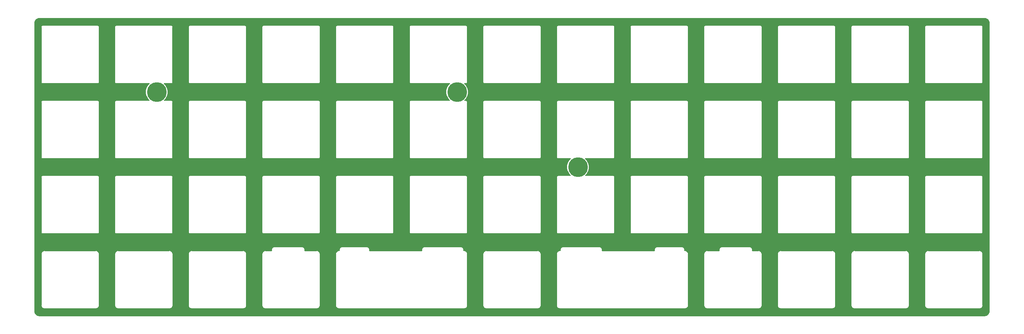
<source format=gbr>
%TF.GenerationSoftware,KiCad,Pcbnew,(5.99.0-11145-g173c9a974c)*%
%TF.CreationDate,2021-07-27T16:23:04-07:00*%
%TF.ProjectId,minibaen r2-plate,6d696e69-6261-4656-9e20-72322d706c61,rev?*%
%TF.SameCoordinates,Original*%
%TF.FileFunction,Copper,L1,Top*%
%TF.FilePolarity,Positive*%
%FSLAX46Y46*%
G04 Gerber Fmt 4.6, Leading zero omitted, Abs format (unit mm)*
G04 Created by KiCad (PCBNEW (5.99.0-11145-g173c9a974c)) date 2021-07-27 16:23:04*
%MOMM*%
%LPD*%
G01*
G04 APERTURE LIST*
%TA.AperFunction,ComponentPad*%
%ADD10C,5.000000*%
%TD*%
G04 APERTURE END LIST*
D10*
%TO.P,H1,*%
%TO.N,*%
X59321000Y-47625000D03*
%TD*%
%TO.P,H2,*%
%TO.N,*%
X135521000Y-47625000D03*
%TD*%
%TO.P,H3,*%
%TO.N,*%
X166171000Y-66675000D03*
%TD*%
%TA.AperFunction,NonConductor*%
G36*
X269283033Y-28831453D02*
G01*
X269290218Y-28832882D01*
X269296000Y-28834032D01*
X269382534Y-28834844D01*
X269399284Y-28836121D01*
X269570007Y-28860668D01*
X269587564Y-28864487D01*
X269752494Y-28912914D01*
X269769326Y-28919192D01*
X269925689Y-28990600D01*
X269941455Y-28999209D01*
X270027440Y-29054468D01*
X270086058Y-29092140D01*
X270100449Y-29102914D01*
X270230348Y-29215472D01*
X270243060Y-29228184D01*
X270355618Y-29358083D01*
X270366392Y-29372474D01*
X270459323Y-29517077D01*
X270467932Y-29532843D01*
X270539340Y-29689206D01*
X270545618Y-29706038D01*
X270594044Y-29870963D01*
X270597865Y-29888529D01*
X270622411Y-30059248D01*
X270623688Y-30075998D01*
X270624500Y-30162532D01*
X270625650Y-30168313D01*
X270625650Y-30168314D01*
X270627079Y-30175499D01*
X270629500Y-30200079D01*
X270629500Y-103149985D01*
X270627079Y-103174565D01*
X270624500Y-103187532D01*
X270624445Y-103193427D01*
X270623688Y-103274066D01*
X270622411Y-103290816D01*
X270597865Y-103461535D01*
X270594045Y-103479096D01*
X270564252Y-103580565D01*
X270545620Y-103644020D01*
X270539340Y-103660858D01*
X270467932Y-103817221D01*
X270459323Y-103832987D01*
X270399647Y-103925844D01*
X270366392Y-103977590D01*
X270355618Y-103991981D01*
X270243060Y-104121880D01*
X270230348Y-104134592D01*
X270100449Y-104247150D01*
X270086058Y-104257924D01*
X270034312Y-104291179D01*
X269941455Y-104350855D01*
X269925689Y-104359464D01*
X269769326Y-104430872D01*
X269752494Y-104437150D01*
X269587564Y-104485577D01*
X269570007Y-104489396D01*
X269403412Y-104513349D01*
X269399284Y-104513943D01*
X269382534Y-104515220D01*
X269296000Y-104516032D01*
X269290219Y-104517182D01*
X269290218Y-104517182D01*
X269283033Y-104518611D01*
X269258453Y-104521032D01*
X29621047Y-104521032D01*
X29596467Y-104518611D01*
X29589282Y-104517182D01*
X29589281Y-104517182D01*
X29583500Y-104516032D01*
X29496966Y-104515220D01*
X29480216Y-104513943D01*
X29476088Y-104513349D01*
X29309493Y-104489396D01*
X29291936Y-104485577D01*
X29127006Y-104437150D01*
X29110174Y-104430872D01*
X28953811Y-104359464D01*
X28938045Y-104350855D01*
X28845188Y-104291179D01*
X28793442Y-104257924D01*
X28779051Y-104247150D01*
X28649152Y-104134592D01*
X28636440Y-104121880D01*
X28523882Y-103991981D01*
X28513108Y-103977590D01*
X28479853Y-103925844D01*
X28420177Y-103832987D01*
X28411568Y-103817221D01*
X28340160Y-103660858D01*
X28333880Y-103644020D01*
X28315249Y-103580565D01*
X28285455Y-103479096D01*
X28281635Y-103461535D01*
X28257089Y-103290816D01*
X28255812Y-103274066D01*
X28255055Y-103193427D01*
X28255000Y-103187532D01*
X28252421Y-103174565D01*
X28250000Y-103149985D01*
X28250000Y-88753553D01*
X30104553Y-88753553D01*
X30105927Y-88760460D01*
X30107132Y-88766520D01*
X30109553Y-88791100D01*
X30109553Y-101716005D01*
X30107132Y-101740585D01*
X30104553Y-101753552D01*
X30106841Y-101838813D01*
X30108225Y-101844879D01*
X30108226Y-101844883D01*
X30142609Y-101995521D01*
X30144786Y-102005060D01*
X30218773Y-102158694D01*
X30325091Y-102292014D01*
X30458411Y-102398332D01*
X30464782Y-102401400D01*
X30464785Y-102401402D01*
X30605674Y-102469251D01*
X30612045Y-102472319D01*
X30618935Y-102473892D01*
X30618939Y-102473893D01*
X30772222Y-102508879D01*
X30772226Y-102508880D01*
X30778292Y-102510264D01*
X30863553Y-102512552D01*
X30872439Y-102510784D01*
X30876520Y-102509973D01*
X30901100Y-102507552D01*
X43826006Y-102507552D01*
X43850586Y-102509973D01*
X43854667Y-102510784D01*
X43863553Y-102512552D01*
X43948814Y-102510264D01*
X43954880Y-102508880D01*
X43954884Y-102508879D01*
X44108167Y-102473893D01*
X44108171Y-102473892D01*
X44115061Y-102472319D01*
X44121432Y-102469251D01*
X44262321Y-102401402D01*
X44262324Y-102401400D01*
X44268695Y-102398332D01*
X44402015Y-102292014D01*
X44508333Y-102158694D01*
X44582320Y-102005060D01*
X44584498Y-101995521D01*
X44618880Y-101844883D01*
X44618881Y-101844879D01*
X44620265Y-101838813D01*
X44622553Y-101753552D01*
X44619974Y-101740585D01*
X44617553Y-101716005D01*
X44617553Y-88791100D01*
X44619974Y-88766520D01*
X44621179Y-88760460D01*
X44622553Y-88753553D01*
X48784553Y-88753553D01*
X48785927Y-88760460D01*
X48787132Y-88766520D01*
X48789553Y-88791100D01*
X48789553Y-101716005D01*
X48787132Y-101740585D01*
X48784553Y-101753552D01*
X48786841Y-101838813D01*
X48788225Y-101844879D01*
X48788226Y-101844883D01*
X48822609Y-101995521D01*
X48824786Y-102005060D01*
X48898773Y-102158694D01*
X49005091Y-102292014D01*
X49138411Y-102398332D01*
X49144782Y-102401400D01*
X49144785Y-102401402D01*
X49285674Y-102469251D01*
X49292045Y-102472319D01*
X49298935Y-102473892D01*
X49298939Y-102473893D01*
X49452222Y-102508879D01*
X49452226Y-102508880D01*
X49458292Y-102510264D01*
X49543553Y-102512552D01*
X49552439Y-102510784D01*
X49556520Y-102509973D01*
X49581100Y-102507552D01*
X62506006Y-102507552D01*
X62530586Y-102509973D01*
X62534667Y-102510784D01*
X62543553Y-102512552D01*
X62628814Y-102510264D01*
X62634880Y-102508880D01*
X62634884Y-102508879D01*
X62788167Y-102473893D01*
X62788171Y-102473892D01*
X62795061Y-102472319D01*
X62801432Y-102469251D01*
X62942321Y-102401402D01*
X62942324Y-102401400D01*
X62948695Y-102398332D01*
X63082015Y-102292014D01*
X63188333Y-102158694D01*
X63262320Y-102005060D01*
X63264498Y-101995521D01*
X63298880Y-101844883D01*
X63298881Y-101844879D01*
X63300265Y-101838813D01*
X63302553Y-101753552D01*
X63299974Y-101740585D01*
X63297553Y-101716005D01*
X63297553Y-88791100D01*
X63299974Y-88766520D01*
X63301179Y-88760460D01*
X63302553Y-88753553D01*
X67464553Y-88753553D01*
X67465927Y-88760460D01*
X67467132Y-88766520D01*
X67469553Y-88791100D01*
X67469553Y-101716005D01*
X67467132Y-101740585D01*
X67464553Y-101753552D01*
X67466841Y-101838813D01*
X67468225Y-101844879D01*
X67468226Y-101844883D01*
X67502609Y-101995521D01*
X67504786Y-102005060D01*
X67578773Y-102158694D01*
X67685091Y-102292014D01*
X67818411Y-102398332D01*
X67824782Y-102401400D01*
X67824785Y-102401402D01*
X67965674Y-102469251D01*
X67972045Y-102472319D01*
X67978935Y-102473892D01*
X67978939Y-102473893D01*
X68132222Y-102508879D01*
X68132226Y-102508880D01*
X68138292Y-102510264D01*
X68223553Y-102512552D01*
X68232439Y-102510784D01*
X68236520Y-102509973D01*
X68261100Y-102507552D01*
X81186006Y-102507552D01*
X81210586Y-102509973D01*
X81214667Y-102510784D01*
X81223553Y-102512552D01*
X81308814Y-102510264D01*
X81314880Y-102508880D01*
X81314884Y-102508879D01*
X81468167Y-102473893D01*
X81468171Y-102473892D01*
X81475061Y-102472319D01*
X81481432Y-102469251D01*
X81622321Y-102401402D01*
X81622324Y-102401400D01*
X81628695Y-102398332D01*
X81762015Y-102292014D01*
X81868333Y-102158694D01*
X81942320Y-102005060D01*
X81944498Y-101995521D01*
X81978880Y-101844883D01*
X81978881Y-101844879D01*
X81980265Y-101838813D01*
X81982553Y-101753552D01*
X81979974Y-101740585D01*
X81977553Y-101716005D01*
X81977553Y-88791100D01*
X81979974Y-88766520D01*
X81981179Y-88760460D01*
X81982553Y-88753553D01*
X86144553Y-88753553D01*
X86145927Y-88760460D01*
X86147132Y-88766520D01*
X86149553Y-88791100D01*
X86149553Y-101716005D01*
X86147132Y-101740585D01*
X86144553Y-101753552D01*
X86146841Y-101838813D01*
X86148225Y-101844879D01*
X86148226Y-101844883D01*
X86182609Y-101995521D01*
X86184786Y-102005060D01*
X86258773Y-102158694D01*
X86365091Y-102292014D01*
X86498411Y-102398332D01*
X86504782Y-102401400D01*
X86504785Y-102401402D01*
X86645674Y-102469251D01*
X86652045Y-102472319D01*
X86658935Y-102473892D01*
X86658939Y-102473893D01*
X86812222Y-102508879D01*
X86812226Y-102508880D01*
X86818292Y-102510264D01*
X86903553Y-102512552D01*
X86912439Y-102510784D01*
X86916520Y-102509973D01*
X86941100Y-102507552D01*
X99866006Y-102507552D01*
X99890586Y-102509973D01*
X99894667Y-102510784D01*
X99903553Y-102512552D01*
X99988814Y-102510264D01*
X99994880Y-102508880D01*
X99994884Y-102508879D01*
X100148167Y-102473893D01*
X100148171Y-102473892D01*
X100155061Y-102472319D01*
X100161432Y-102469251D01*
X100302321Y-102401402D01*
X100302324Y-102401400D01*
X100308695Y-102398332D01*
X100442015Y-102292014D01*
X100548333Y-102158694D01*
X100622320Y-102005060D01*
X100624498Y-101995521D01*
X100658880Y-101844883D01*
X100658881Y-101844879D01*
X100660265Y-101838813D01*
X100662553Y-101753552D01*
X100659974Y-101740585D01*
X100657553Y-101716005D01*
X100657553Y-88791100D01*
X100659974Y-88766520D01*
X100661179Y-88760460D01*
X100662553Y-88753553D01*
X104824553Y-88753553D01*
X104825927Y-88760460D01*
X104827132Y-88766520D01*
X104829553Y-88791100D01*
X104829553Y-101716005D01*
X104827132Y-101740585D01*
X104824553Y-101753552D01*
X104826841Y-101838813D01*
X104828225Y-101844879D01*
X104828226Y-101844883D01*
X104862609Y-101995521D01*
X104864786Y-102005060D01*
X104938773Y-102158694D01*
X105045091Y-102292014D01*
X105178411Y-102398332D01*
X105184782Y-102401400D01*
X105184785Y-102401402D01*
X105325674Y-102469251D01*
X105332045Y-102472319D01*
X105338935Y-102473892D01*
X105338939Y-102473893D01*
X105492222Y-102508879D01*
X105492226Y-102508880D01*
X105498292Y-102510264D01*
X105583553Y-102512552D01*
X105592439Y-102510784D01*
X105596520Y-102509973D01*
X105621100Y-102507552D01*
X137226006Y-102507552D01*
X137250586Y-102509973D01*
X137254667Y-102510784D01*
X137263553Y-102512552D01*
X137348814Y-102510264D01*
X137354880Y-102508880D01*
X137354884Y-102508879D01*
X137508167Y-102473893D01*
X137508171Y-102473892D01*
X137515061Y-102472319D01*
X137521432Y-102469251D01*
X137662321Y-102401402D01*
X137662324Y-102401400D01*
X137668695Y-102398332D01*
X137802015Y-102292014D01*
X137908333Y-102158694D01*
X137982320Y-102005060D01*
X137984498Y-101995521D01*
X138018880Y-101844883D01*
X138018881Y-101844879D01*
X138020265Y-101838813D01*
X138022553Y-101753552D01*
X138019974Y-101740585D01*
X138017553Y-101716005D01*
X138017553Y-88791100D01*
X138019974Y-88766520D01*
X138021179Y-88760460D01*
X138022553Y-88753553D01*
X142184553Y-88753553D01*
X142185927Y-88760460D01*
X142187132Y-88766520D01*
X142189553Y-88791100D01*
X142189553Y-101716005D01*
X142187132Y-101740585D01*
X142184553Y-101753552D01*
X142186841Y-101838813D01*
X142188225Y-101844879D01*
X142188226Y-101844883D01*
X142222609Y-101995521D01*
X142224786Y-102005060D01*
X142298773Y-102158694D01*
X142405091Y-102292014D01*
X142538411Y-102398332D01*
X142544782Y-102401400D01*
X142544785Y-102401402D01*
X142685674Y-102469251D01*
X142692045Y-102472319D01*
X142698935Y-102473892D01*
X142698939Y-102473893D01*
X142852222Y-102508879D01*
X142852226Y-102508880D01*
X142858292Y-102510264D01*
X142943553Y-102512552D01*
X142952439Y-102510784D01*
X142956520Y-102509973D01*
X142981100Y-102507552D01*
X155906006Y-102507552D01*
X155930586Y-102509973D01*
X155934667Y-102510784D01*
X155943553Y-102512552D01*
X156028814Y-102510264D01*
X156034880Y-102508880D01*
X156034884Y-102508879D01*
X156188167Y-102473893D01*
X156188171Y-102473892D01*
X156195061Y-102472319D01*
X156201432Y-102469251D01*
X156342321Y-102401402D01*
X156342324Y-102401400D01*
X156348695Y-102398332D01*
X156482015Y-102292014D01*
X156588333Y-102158694D01*
X156662320Y-102005060D01*
X156664498Y-101995521D01*
X156698880Y-101844883D01*
X156698881Y-101844879D01*
X156700265Y-101838813D01*
X156702553Y-101753552D01*
X156699973Y-101740581D01*
X156697552Y-101716000D01*
X156697552Y-88791105D01*
X156699973Y-88766524D01*
X156701179Y-88760460D01*
X156702553Y-88753553D01*
X160864553Y-88753553D01*
X160865927Y-88760460D01*
X160867132Y-88766520D01*
X160869553Y-88791100D01*
X160869553Y-101716005D01*
X160867132Y-101740585D01*
X160864553Y-101753552D01*
X160866841Y-101838813D01*
X160868225Y-101844879D01*
X160868226Y-101844883D01*
X160902609Y-101995521D01*
X160904786Y-102005060D01*
X160978773Y-102158694D01*
X161085091Y-102292014D01*
X161218411Y-102398332D01*
X161224782Y-102401400D01*
X161224785Y-102401402D01*
X161365674Y-102469251D01*
X161372045Y-102472319D01*
X161378935Y-102473892D01*
X161378939Y-102473893D01*
X161532222Y-102508879D01*
X161532226Y-102508880D01*
X161538292Y-102510264D01*
X161623553Y-102512552D01*
X161632439Y-102510784D01*
X161636520Y-102509973D01*
X161661100Y-102507552D01*
X193266006Y-102507552D01*
X193290586Y-102509973D01*
X193294667Y-102510784D01*
X193303553Y-102512552D01*
X193388814Y-102510264D01*
X193394880Y-102508880D01*
X193394884Y-102508879D01*
X193548167Y-102473893D01*
X193548171Y-102473892D01*
X193555061Y-102472319D01*
X193561432Y-102469251D01*
X193702321Y-102401402D01*
X193702324Y-102401400D01*
X193708695Y-102398332D01*
X193842015Y-102292014D01*
X193948333Y-102158694D01*
X194022320Y-102005060D01*
X194024498Y-101995521D01*
X194058880Y-101844883D01*
X194058881Y-101844879D01*
X194060265Y-101838813D01*
X194062553Y-101753552D01*
X194059974Y-101740585D01*
X194057553Y-101716005D01*
X194057553Y-88791100D01*
X194059974Y-88766520D01*
X194061179Y-88760460D01*
X194062553Y-88753553D01*
X198224553Y-88753553D01*
X198225927Y-88760460D01*
X198227132Y-88766520D01*
X198229553Y-88791100D01*
X198229553Y-101716005D01*
X198227132Y-101740585D01*
X198224553Y-101753552D01*
X198226841Y-101838813D01*
X198228225Y-101844879D01*
X198228226Y-101844883D01*
X198262609Y-101995521D01*
X198264786Y-102005060D01*
X198338773Y-102158694D01*
X198445091Y-102292014D01*
X198578411Y-102398332D01*
X198584782Y-102401400D01*
X198584785Y-102401402D01*
X198725674Y-102469251D01*
X198732045Y-102472319D01*
X198738935Y-102473892D01*
X198738939Y-102473893D01*
X198892222Y-102508879D01*
X198892226Y-102508880D01*
X198898292Y-102510264D01*
X198983553Y-102512552D01*
X198992439Y-102510784D01*
X198996520Y-102509973D01*
X199021100Y-102507552D01*
X211946006Y-102507552D01*
X211970586Y-102509973D01*
X211974667Y-102510784D01*
X211983553Y-102512552D01*
X212068814Y-102510264D01*
X212074880Y-102508880D01*
X212074884Y-102508879D01*
X212228167Y-102473893D01*
X212228171Y-102473892D01*
X212235061Y-102472319D01*
X212241432Y-102469251D01*
X212382321Y-102401402D01*
X212382324Y-102401400D01*
X212388695Y-102398332D01*
X212522015Y-102292014D01*
X212628333Y-102158694D01*
X212702320Y-102005060D01*
X212704498Y-101995521D01*
X212738880Y-101844883D01*
X212738881Y-101844879D01*
X212740265Y-101838813D01*
X212742553Y-101753552D01*
X212739974Y-101740585D01*
X212737553Y-101716005D01*
X212737553Y-88791100D01*
X212739974Y-88766520D01*
X212741179Y-88760460D01*
X212742553Y-88753553D01*
X216904553Y-88753553D01*
X216905927Y-88760460D01*
X216907132Y-88766520D01*
X216909553Y-88791100D01*
X216909553Y-101716005D01*
X216907132Y-101740585D01*
X216904553Y-101753552D01*
X216906841Y-101838813D01*
X216908225Y-101844879D01*
X216908226Y-101844883D01*
X216942609Y-101995521D01*
X216944786Y-102005060D01*
X217018773Y-102158694D01*
X217125091Y-102292014D01*
X217258411Y-102398332D01*
X217264782Y-102401400D01*
X217264785Y-102401402D01*
X217405674Y-102469251D01*
X217412045Y-102472319D01*
X217418935Y-102473892D01*
X217418939Y-102473893D01*
X217572222Y-102508879D01*
X217572226Y-102508880D01*
X217578292Y-102510264D01*
X217663553Y-102512552D01*
X217672439Y-102510784D01*
X217676520Y-102509973D01*
X217701100Y-102507552D01*
X230626006Y-102507552D01*
X230650586Y-102509973D01*
X230654667Y-102510784D01*
X230663553Y-102512552D01*
X230748814Y-102510264D01*
X230754880Y-102508880D01*
X230754884Y-102508879D01*
X230908167Y-102473893D01*
X230908171Y-102473892D01*
X230915061Y-102472319D01*
X230921432Y-102469251D01*
X231062321Y-102401402D01*
X231062324Y-102401400D01*
X231068695Y-102398332D01*
X231202015Y-102292014D01*
X231308333Y-102158694D01*
X231382320Y-102005060D01*
X231384498Y-101995521D01*
X231418880Y-101844883D01*
X231418881Y-101844879D01*
X231420265Y-101838813D01*
X231422553Y-101753552D01*
X231419974Y-101740585D01*
X231417553Y-101716005D01*
X231417553Y-88791100D01*
X231419974Y-88766520D01*
X231421179Y-88760460D01*
X231422553Y-88753553D01*
X235584553Y-88753553D01*
X235585927Y-88760460D01*
X235587132Y-88766520D01*
X235589553Y-88791100D01*
X235589553Y-101716005D01*
X235587132Y-101740585D01*
X235584553Y-101753552D01*
X235586841Y-101838813D01*
X235588225Y-101844879D01*
X235588226Y-101844883D01*
X235622609Y-101995521D01*
X235624786Y-102005060D01*
X235698773Y-102158694D01*
X235805091Y-102292014D01*
X235938411Y-102398332D01*
X235944782Y-102401400D01*
X235944785Y-102401402D01*
X236085674Y-102469251D01*
X236092045Y-102472319D01*
X236098935Y-102473892D01*
X236098939Y-102473893D01*
X236252222Y-102508879D01*
X236252226Y-102508880D01*
X236258292Y-102510264D01*
X236343553Y-102512552D01*
X236352439Y-102510784D01*
X236356520Y-102509973D01*
X236381100Y-102507552D01*
X249306006Y-102507552D01*
X249330586Y-102509973D01*
X249334667Y-102510784D01*
X249343553Y-102512552D01*
X249428814Y-102510264D01*
X249434880Y-102508880D01*
X249434884Y-102508879D01*
X249588167Y-102473893D01*
X249588171Y-102473892D01*
X249595061Y-102472319D01*
X249601432Y-102469251D01*
X249742321Y-102401402D01*
X249742324Y-102401400D01*
X249748695Y-102398332D01*
X249882015Y-102292014D01*
X249988333Y-102158694D01*
X250062320Y-102005060D01*
X250064498Y-101995521D01*
X250098880Y-101844883D01*
X250098881Y-101844879D01*
X250100265Y-101838813D01*
X250102553Y-101753552D01*
X250099974Y-101740585D01*
X250097553Y-101716005D01*
X250097553Y-88791100D01*
X250099974Y-88766520D01*
X250101179Y-88760460D01*
X250102553Y-88753553D01*
X254264553Y-88753553D01*
X254265927Y-88760460D01*
X254267132Y-88766520D01*
X254269553Y-88791100D01*
X254269553Y-101716005D01*
X254267132Y-101740585D01*
X254264553Y-101753552D01*
X254266841Y-101838813D01*
X254268225Y-101844879D01*
X254268226Y-101844883D01*
X254302609Y-101995521D01*
X254304786Y-102005060D01*
X254378773Y-102158694D01*
X254485091Y-102292014D01*
X254618411Y-102398332D01*
X254624782Y-102401400D01*
X254624785Y-102401402D01*
X254765674Y-102469251D01*
X254772045Y-102472319D01*
X254778935Y-102473892D01*
X254778939Y-102473893D01*
X254932222Y-102508879D01*
X254932226Y-102508880D01*
X254938292Y-102510264D01*
X255023553Y-102512552D01*
X255032439Y-102510784D01*
X255036520Y-102509973D01*
X255061100Y-102507552D01*
X267986006Y-102507552D01*
X268010586Y-102509973D01*
X268014667Y-102510784D01*
X268023553Y-102512552D01*
X268108814Y-102510264D01*
X268114880Y-102508880D01*
X268114884Y-102508879D01*
X268268167Y-102473893D01*
X268268171Y-102473892D01*
X268275061Y-102472319D01*
X268281432Y-102469251D01*
X268422321Y-102401402D01*
X268422324Y-102401400D01*
X268428695Y-102398332D01*
X268562015Y-102292014D01*
X268668333Y-102158694D01*
X268742320Y-102005060D01*
X268744498Y-101995521D01*
X268778880Y-101844883D01*
X268778881Y-101844879D01*
X268780265Y-101838813D01*
X268782553Y-101753552D01*
X268779974Y-101740585D01*
X268777553Y-101716005D01*
X268777553Y-88791100D01*
X268779974Y-88766520D01*
X268781179Y-88760460D01*
X268782553Y-88753553D01*
X268780265Y-88668292D01*
X268778880Y-88662222D01*
X268743894Y-88508939D01*
X268743893Y-88508935D01*
X268742320Y-88502045D01*
X268737886Y-88492838D01*
X268671403Y-88354785D01*
X268671401Y-88354782D01*
X268668333Y-88348411D01*
X268562015Y-88215091D01*
X268428695Y-88108773D01*
X268422324Y-88105705D01*
X268422321Y-88105703D01*
X268281432Y-88037854D01*
X268281431Y-88037854D01*
X268275061Y-88034786D01*
X268268171Y-88033213D01*
X268268167Y-88033212D01*
X268114884Y-87998226D01*
X268114880Y-87998225D01*
X268108814Y-87996841D01*
X268023553Y-87994553D01*
X268014760Y-87996302D01*
X268010586Y-87997132D01*
X267986006Y-87999553D01*
X255061100Y-87999553D01*
X255036520Y-87997132D01*
X255032346Y-87996302D01*
X255023553Y-87994553D01*
X254938292Y-87996841D01*
X254932226Y-87998225D01*
X254932222Y-87998226D01*
X254778939Y-88033212D01*
X254778935Y-88033213D01*
X254772045Y-88034786D01*
X254765675Y-88037854D01*
X254765674Y-88037854D01*
X254624785Y-88105703D01*
X254624782Y-88105705D01*
X254618411Y-88108773D01*
X254485091Y-88215091D01*
X254378773Y-88348411D01*
X254375705Y-88354782D01*
X254375703Y-88354785D01*
X254309220Y-88492838D01*
X254304786Y-88502045D01*
X254303213Y-88508935D01*
X254303212Y-88508939D01*
X254268226Y-88662222D01*
X254266841Y-88668292D01*
X254264553Y-88753553D01*
X250102553Y-88753553D01*
X250100265Y-88668292D01*
X250098880Y-88662222D01*
X250063894Y-88508939D01*
X250063893Y-88508935D01*
X250062320Y-88502045D01*
X250057886Y-88492838D01*
X249991403Y-88354785D01*
X249991401Y-88354782D01*
X249988333Y-88348411D01*
X249882015Y-88215091D01*
X249748695Y-88108773D01*
X249742324Y-88105705D01*
X249742321Y-88105703D01*
X249601432Y-88037854D01*
X249601431Y-88037854D01*
X249595061Y-88034786D01*
X249588171Y-88033213D01*
X249588167Y-88033212D01*
X249434884Y-87998226D01*
X249434880Y-87998225D01*
X249428814Y-87996841D01*
X249343553Y-87994553D01*
X249334760Y-87996302D01*
X249330586Y-87997132D01*
X249306006Y-87999553D01*
X236381100Y-87999553D01*
X236356520Y-87997132D01*
X236352346Y-87996302D01*
X236343553Y-87994553D01*
X236258292Y-87996841D01*
X236252226Y-87998225D01*
X236252222Y-87998226D01*
X236098939Y-88033212D01*
X236098935Y-88033213D01*
X236092045Y-88034786D01*
X236085675Y-88037854D01*
X236085674Y-88037854D01*
X235944785Y-88105703D01*
X235944782Y-88105705D01*
X235938411Y-88108773D01*
X235805091Y-88215091D01*
X235698773Y-88348411D01*
X235695705Y-88354782D01*
X235695703Y-88354785D01*
X235629220Y-88492838D01*
X235624786Y-88502045D01*
X235623213Y-88508935D01*
X235623212Y-88508939D01*
X235588226Y-88662222D01*
X235586841Y-88668292D01*
X235584553Y-88753553D01*
X231422553Y-88753553D01*
X231420265Y-88668292D01*
X231418880Y-88662222D01*
X231383894Y-88508939D01*
X231383893Y-88508935D01*
X231382320Y-88502045D01*
X231377886Y-88492838D01*
X231311403Y-88354785D01*
X231311401Y-88354782D01*
X231308333Y-88348411D01*
X231202015Y-88215091D01*
X231068695Y-88108773D01*
X231062324Y-88105705D01*
X231062321Y-88105703D01*
X230921432Y-88037854D01*
X230921431Y-88037854D01*
X230915061Y-88034786D01*
X230908171Y-88033213D01*
X230908167Y-88033212D01*
X230754884Y-87998226D01*
X230754880Y-87998225D01*
X230748814Y-87996841D01*
X230663553Y-87994553D01*
X230654760Y-87996302D01*
X230650586Y-87997132D01*
X230626006Y-87999553D01*
X217701100Y-87999553D01*
X217676520Y-87997132D01*
X217672346Y-87996302D01*
X217663553Y-87994553D01*
X217578292Y-87996841D01*
X217572226Y-87998225D01*
X217572222Y-87998226D01*
X217418939Y-88033212D01*
X217418935Y-88033213D01*
X217412045Y-88034786D01*
X217405675Y-88037854D01*
X217405674Y-88037854D01*
X217264785Y-88105703D01*
X217264782Y-88105705D01*
X217258411Y-88108773D01*
X217125091Y-88215091D01*
X217018773Y-88348411D01*
X217015705Y-88354782D01*
X217015703Y-88354785D01*
X216949220Y-88492838D01*
X216944786Y-88502045D01*
X216943213Y-88508935D01*
X216943212Y-88508939D01*
X216908226Y-88662222D01*
X216906841Y-88668292D01*
X216904553Y-88753553D01*
X212742553Y-88753553D01*
X212740265Y-88668292D01*
X212738880Y-88662222D01*
X212703894Y-88508939D01*
X212703893Y-88508935D01*
X212702320Y-88502045D01*
X212697886Y-88492838D01*
X212631403Y-88354785D01*
X212631401Y-88354782D01*
X212628333Y-88348411D01*
X212522015Y-88215091D01*
X212388695Y-88108773D01*
X212382324Y-88105705D01*
X212382321Y-88105703D01*
X212241432Y-88037854D01*
X212241431Y-88037854D01*
X212235061Y-88034786D01*
X212228171Y-88033213D01*
X212228167Y-88033212D01*
X212074884Y-87998226D01*
X212074880Y-87998225D01*
X212068814Y-87996841D01*
X211983553Y-87994553D01*
X211974760Y-87996302D01*
X211970586Y-87997132D01*
X211946006Y-87999553D01*
X210473553Y-87999553D01*
X210405432Y-87979551D01*
X210358939Y-87925895D01*
X210347553Y-87873553D01*
X210347553Y-87791100D01*
X210349974Y-87766520D01*
X210351179Y-87760460D01*
X210352553Y-87753553D01*
X210350265Y-87668292D01*
X210348880Y-87662222D01*
X210313894Y-87508939D01*
X210313893Y-87508935D01*
X210312320Y-87502045D01*
X210238333Y-87348411D01*
X210132015Y-87215091D01*
X209998695Y-87108773D01*
X209992324Y-87105705D01*
X209992321Y-87105703D01*
X209851432Y-87037854D01*
X209851431Y-87037854D01*
X209845061Y-87034786D01*
X209838171Y-87033213D01*
X209838167Y-87033212D01*
X209684884Y-86998226D01*
X209684880Y-86998225D01*
X209678814Y-86996841D01*
X209593553Y-86994553D01*
X209584667Y-86996321D01*
X209580586Y-86997132D01*
X209556006Y-86999553D01*
X202891100Y-86999553D01*
X202866520Y-86997132D01*
X202862439Y-86996321D01*
X202853553Y-86994553D01*
X202768292Y-86996841D01*
X202762226Y-86998225D01*
X202762222Y-86998226D01*
X202608939Y-87033212D01*
X202608935Y-87033213D01*
X202602045Y-87034786D01*
X202595675Y-87037854D01*
X202595674Y-87037854D01*
X202454785Y-87105703D01*
X202454782Y-87105705D01*
X202448411Y-87108773D01*
X202315091Y-87215091D01*
X202208773Y-87348411D01*
X202134786Y-87502045D01*
X202133213Y-87508935D01*
X202133212Y-87508939D01*
X202098226Y-87662222D01*
X202096841Y-87668292D01*
X202094553Y-87753553D01*
X202095927Y-87760460D01*
X202097132Y-87766520D01*
X202099553Y-87791100D01*
X202099553Y-87873553D01*
X202079551Y-87941674D01*
X202025895Y-87988167D01*
X201973553Y-87999553D01*
X199021100Y-87999553D01*
X198996520Y-87997132D01*
X198992346Y-87996302D01*
X198983553Y-87994553D01*
X198898292Y-87996841D01*
X198892226Y-87998225D01*
X198892222Y-87998226D01*
X198738939Y-88033212D01*
X198738935Y-88033213D01*
X198732045Y-88034786D01*
X198725675Y-88037854D01*
X198725674Y-88037854D01*
X198584785Y-88105703D01*
X198584782Y-88105705D01*
X198578411Y-88108773D01*
X198445091Y-88215091D01*
X198338773Y-88348411D01*
X198335705Y-88354782D01*
X198335703Y-88354785D01*
X198269220Y-88492838D01*
X198264786Y-88502045D01*
X198263213Y-88508935D01*
X198263212Y-88508939D01*
X198228226Y-88662222D01*
X198226841Y-88668292D01*
X198224553Y-88753553D01*
X194062553Y-88753553D01*
X194060265Y-88668292D01*
X194058880Y-88662222D01*
X194023894Y-88508939D01*
X194023893Y-88508935D01*
X194022320Y-88502045D01*
X194017886Y-88492838D01*
X193951403Y-88354785D01*
X193951401Y-88354782D01*
X193948333Y-88348411D01*
X193842015Y-88215091D01*
X193708695Y-88108773D01*
X193702324Y-88105705D01*
X193702321Y-88105703D01*
X193561432Y-88037854D01*
X193561431Y-88037854D01*
X193555061Y-88034786D01*
X193548171Y-88033213D01*
X193548167Y-88033212D01*
X193394884Y-87998226D01*
X193394880Y-87998225D01*
X193388814Y-87996841D01*
X193303553Y-87994553D01*
X193296652Y-87995926D01*
X193292223Y-87996302D01*
X193222653Y-87982141D01*
X193171784Y-87932615D01*
X193155553Y-87870755D01*
X193155553Y-87791100D01*
X193157974Y-87766520D01*
X193159179Y-87760460D01*
X193160553Y-87753553D01*
X193158265Y-87668292D01*
X193156880Y-87662222D01*
X193121894Y-87508939D01*
X193121893Y-87508935D01*
X193120320Y-87502045D01*
X193046333Y-87348411D01*
X192940015Y-87215091D01*
X192806695Y-87108773D01*
X192800324Y-87105705D01*
X192800321Y-87105703D01*
X192659432Y-87037854D01*
X192659431Y-87037854D01*
X192653061Y-87034786D01*
X192646171Y-87033213D01*
X192646167Y-87033212D01*
X192492884Y-86998226D01*
X192492880Y-86998225D01*
X192486814Y-86996841D01*
X192401553Y-86994553D01*
X192392667Y-86996321D01*
X192388586Y-86997132D01*
X192364006Y-86999553D01*
X186439100Y-86999553D01*
X186414520Y-86997132D01*
X186410439Y-86996321D01*
X186401553Y-86994553D01*
X186316292Y-86996841D01*
X186310226Y-86998225D01*
X186310222Y-86998226D01*
X186156939Y-87033212D01*
X186156935Y-87033213D01*
X186150045Y-87034786D01*
X186143675Y-87037854D01*
X186143674Y-87037854D01*
X186002785Y-87105703D01*
X186002782Y-87105705D01*
X185996411Y-87108773D01*
X185863091Y-87215091D01*
X185756773Y-87348411D01*
X185682786Y-87502045D01*
X185681213Y-87508935D01*
X185681212Y-87508939D01*
X185646226Y-87662222D01*
X185644841Y-87668292D01*
X185642553Y-87753553D01*
X185643927Y-87760460D01*
X185645132Y-87766520D01*
X185647553Y-87791100D01*
X185647553Y-87873553D01*
X185627551Y-87941674D01*
X185573895Y-87988167D01*
X185521553Y-87999553D01*
X172373553Y-87999553D01*
X172305432Y-87979551D01*
X172258939Y-87925895D01*
X172247553Y-87873553D01*
X172247553Y-87791100D01*
X172249974Y-87766520D01*
X172251179Y-87760460D01*
X172252553Y-87753553D01*
X172250265Y-87668292D01*
X172248880Y-87662222D01*
X172213894Y-87508939D01*
X172213893Y-87508935D01*
X172212320Y-87502045D01*
X172138333Y-87348411D01*
X172032015Y-87215091D01*
X171898695Y-87108773D01*
X171892324Y-87105705D01*
X171892321Y-87105703D01*
X171751432Y-87037854D01*
X171751431Y-87037854D01*
X171745061Y-87034786D01*
X171738171Y-87033213D01*
X171738167Y-87033212D01*
X171584884Y-86998226D01*
X171584880Y-86998225D01*
X171578814Y-86996841D01*
X171493553Y-86994553D01*
X171484667Y-86996321D01*
X171480586Y-86997132D01*
X171456006Y-86999553D01*
X162563100Y-86999553D01*
X162538520Y-86997132D01*
X162534439Y-86996321D01*
X162525553Y-86994553D01*
X162440292Y-86996841D01*
X162434226Y-86998225D01*
X162434222Y-86998226D01*
X162280939Y-87033212D01*
X162280935Y-87033213D01*
X162274045Y-87034786D01*
X162267675Y-87037854D01*
X162267674Y-87037854D01*
X162126785Y-87105703D01*
X162126782Y-87105705D01*
X162120411Y-87108773D01*
X161987091Y-87215091D01*
X161880773Y-87348411D01*
X161806786Y-87502045D01*
X161805213Y-87508935D01*
X161805212Y-87508939D01*
X161770226Y-87662222D01*
X161768841Y-87668292D01*
X161766553Y-87753553D01*
X161767927Y-87760460D01*
X161769132Y-87766520D01*
X161771553Y-87791100D01*
X161771553Y-87870755D01*
X161751551Y-87938876D01*
X161697895Y-87985369D01*
X161634883Y-87996302D01*
X161630454Y-87995926D01*
X161623553Y-87994553D01*
X161538292Y-87996841D01*
X161532226Y-87998225D01*
X161532222Y-87998226D01*
X161378939Y-88033212D01*
X161378935Y-88033213D01*
X161372045Y-88034786D01*
X161365675Y-88037854D01*
X161365674Y-88037854D01*
X161224785Y-88105703D01*
X161224782Y-88105705D01*
X161218411Y-88108773D01*
X161085091Y-88215091D01*
X160978773Y-88348411D01*
X160975705Y-88354782D01*
X160975703Y-88354785D01*
X160909220Y-88492838D01*
X160904786Y-88502045D01*
X160903213Y-88508935D01*
X160903212Y-88508939D01*
X160868226Y-88662222D01*
X160866841Y-88668292D01*
X160864553Y-88753553D01*
X156702553Y-88753553D01*
X156700265Y-88668292D01*
X156698880Y-88662222D01*
X156663894Y-88508939D01*
X156663893Y-88508935D01*
X156662320Y-88502045D01*
X156657886Y-88492838D01*
X156591403Y-88354785D01*
X156591401Y-88354782D01*
X156588333Y-88348411D01*
X156482015Y-88215091D01*
X156348695Y-88108773D01*
X156342324Y-88105705D01*
X156342321Y-88105703D01*
X156201432Y-88037854D01*
X156201431Y-88037854D01*
X156195061Y-88034786D01*
X156188171Y-88033213D01*
X156188167Y-88033212D01*
X156034884Y-87998226D01*
X156034880Y-87998225D01*
X156028814Y-87996841D01*
X155943553Y-87994553D01*
X155934760Y-87996302D01*
X155930586Y-87997132D01*
X155906006Y-87999553D01*
X142981100Y-87999553D01*
X142956520Y-87997132D01*
X142952346Y-87996302D01*
X142943553Y-87994553D01*
X142858292Y-87996841D01*
X142852226Y-87998225D01*
X142852222Y-87998226D01*
X142698939Y-88033212D01*
X142698935Y-88033213D01*
X142692045Y-88034786D01*
X142685675Y-88037854D01*
X142685674Y-88037854D01*
X142544785Y-88105703D01*
X142544782Y-88105705D01*
X142538411Y-88108773D01*
X142405091Y-88215091D01*
X142298773Y-88348411D01*
X142295705Y-88354782D01*
X142295703Y-88354785D01*
X142229220Y-88492838D01*
X142224786Y-88502045D01*
X142223213Y-88508935D01*
X142223212Y-88508939D01*
X142188226Y-88662222D01*
X142186841Y-88668292D01*
X142184553Y-88753553D01*
X138022553Y-88753553D01*
X138020265Y-88668292D01*
X138018880Y-88662222D01*
X137983894Y-88508939D01*
X137983893Y-88508935D01*
X137982320Y-88502045D01*
X137977886Y-88492838D01*
X137911403Y-88354785D01*
X137911401Y-88354782D01*
X137908333Y-88348411D01*
X137802015Y-88215091D01*
X137668695Y-88108773D01*
X137662324Y-88105705D01*
X137662321Y-88105703D01*
X137521432Y-88037854D01*
X137521431Y-88037854D01*
X137515061Y-88034786D01*
X137508171Y-88033213D01*
X137508167Y-88033212D01*
X137354884Y-87998226D01*
X137354880Y-87998225D01*
X137348814Y-87996841D01*
X137263553Y-87994553D01*
X137256652Y-87995926D01*
X137252223Y-87996302D01*
X137182653Y-87982141D01*
X137131784Y-87932615D01*
X137115553Y-87870755D01*
X137115553Y-87791100D01*
X137117974Y-87766520D01*
X137119179Y-87760460D01*
X137120553Y-87753553D01*
X137118265Y-87668292D01*
X137116880Y-87662222D01*
X137081894Y-87508939D01*
X137081893Y-87508935D01*
X137080320Y-87502045D01*
X137006333Y-87348411D01*
X136900015Y-87215091D01*
X136766695Y-87108773D01*
X136760324Y-87105705D01*
X136760321Y-87105703D01*
X136619432Y-87037854D01*
X136619431Y-87037854D01*
X136613061Y-87034786D01*
X136606171Y-87033213D01*
X136606167Y-87033212D01*
X136452884Y-86998226D01*
X136452880Y-86998225D01*
X136446814Y-86996841D01*
X136361553Y-86994553D01*
X136352667Y-86996321D01*
X136348586Y-86997132D01*
X136324006Y-86999553D01*
X127431100Y-86999553D01*
X127406520Y-86997132D01*
X127402439Y-86996321D01*
X127393553Y-86994553D01*
X127308292Y-86996841D01*
X127302226Y-86998225D01*
X127302222Y-86998226D01*
X127148939Y-87033212D01*
X127148935Y-87033213D01*
X127142045Y-87034786D01*
X127135675Y-87037854D01*
X127135674Y-87037854D01*
X126994785Y-87105703D01*
X126994782Y-87105705D01*
X126988411Y-87108773D01*
X126855091Y-87215091D01*
X126748773Y-87348411D01*
X126674786Y-87502045D01*
X126673213Y-87508935D01*
X126673212Y-87508939D01*
X126638226Y-87662222D01*
X126636841Y-87668292D01*
X126634553Y-87753553D01*
X126635927Y-87760460D01*
X126637132Y-87766520D01*
X126639553Y-87791100D01*
X126639553Y-87873553D01*
X126619551Y-87941674D01*
X126565895Y-87988167D01*
X126513553Y-87999553D01*
X113365553Y-87999553D01*
X113297432Y-87979551D01*
X113250939Y-87925895D01*
X113239553Y-87873553D01*
X113239553Y-87791100D01*
X113241974Y-87766520D01*
X113243179Y-87760460D01*
X113244553Y-87753553D01*
X113242265Y-87668292D01*
X113240880Y-87662222D01*
X113205894Y-87508939D01*
X113205893Y-87508935D01*
X113204320Y-87502045D01*
X113130333Y-87348411D01*
X113024015Y-87215091D01*
X112890695Y-87108773D01*
X112884324Y-87105705D01*
X112884321Y-87105703D01*
X112743432Y-87037854D01*
X112743431Y-87037854D01*
X112737061Y-87034786D01*
X112730171Y-87033213D01*
X112730167Y-87033212D01*
X112576884Y-86998226D01*
X112576880Y-86998225D01*
X112570814Y-86996841D01*
X112485553Y-86994553D01*
X112476667Y-86996321D01*
X112472586Y-86997132D01*
X112448006Y-86999553D01*
X106523100Y-86999553D01*
X106498520Y-86997132D01*
X106494439Y-86996321D01*
X106485553Y-86994553D01*
X106400292Y-86996841D01*
X106394226Y-86998225D01*
X106394222Y-86998226D01*
X106240939Y-87033212D01*
X106240935Y-87033213D01*
X106234045Y-87034786D01*
X106227675Y-87037854D01*
X106227674Y-87037854D01*
X106086785Y-87105703D01*
X106086782Y-87105705D01*
X106080411Y-87108773D01*
X105947091Y-87215091D01*
X105840773Y-87348411D01*
X105766786Y-87502045D01*
X105765213Y-87508935D01*
X105765212Y-87508939D01*
X105730226Y-87662222D01*
X105728841Y-87668292D01*
X105726553Y-87753553D01*
X105727927Y-87760460D01*
X105729132Y-87766520D01*
X105731553Y-87791100D01*
X105731553Y-87870755D01*
X105711551Y-87938876D01*
X105657895Y-87985369D01*
X105594883Y-87996302D01*
X105590454Y-87995926D01*
X105583553Y-87994553D01*
X105498292Y-87996841D01*
X105492226Y-87998225D01*
X105492222Y-87998226D01*
X105338939Y-88033212D01*
X105338935Y-88033213D01*
X105332045Y-88034786D01*
X105325675Y-88037854D01*
X105325674Y-88037854D01*
X105184785Y-88105703D01*
X105184782Y-88105705D01*
X105178411Y-88108773D01*
X105045091Y-88215091D01*
X104938773Y-88348411D01*
X104935705Y-88354782D01*
X104935703Y-88354785D01*
X104869220Y-88492838D01*
X104864786Y-88502045D01*
X104863213Y-88508935D01*
X104863212Y-88508939D01*
X104828226Y-88662222D01*
X104826841Y-88668292D01*
X104824553Y-88753553D01*
X100662553Y-88753553D01*
X100660265Y-88668292D01*
X100658880Y-88662222D01*
X100623894Y-88508939D01*
X100623893Y-88508935D01*
X100622320Y-88502045D01*
X100617886Y-88492838D01*
X100551403Y-88354785D01*
X100551401Y-88354782D01*
X100548333Y-88348411D01*
X100442015Y-88215091D01*
X100308695Y-88108773D01*
X100302324Y-88105705D01*
X100302321Y-88105703D01*
X100161432Y-88037854D01*
X100161431Y-88037854D01*
X100155061Y-88034786D01*
X100148171Y-88033213D01*
X100148167Y-88033212D01*
X99994884Y-87998226D01*
X99994880Y-87998225D01*
X99988814Y-87996841D01*
X99903553Y-87994553D01*
X99894760Y-87996302D01*
X99890586Y-87997132D01*
X99866006Y-87999553D01*
X96913553Y-87999553D01*
X96845432Y-87979551D01*
X96798939Y-87925895D01*
X96787553Y-87873553D01*
X96787553Y-87791100D01*
X96789974Y-87766520D01*
X96791179Y-87760460D01*
X96792553Y-87753553D01*
X96790265Y-87668292D01*
X96788880Y-87662222D01*
X96753894Y-87508939D01*
X96753893Y-87508935D01*
X96752320Y-87502045D01*
X96678333Y-87348411D01*
X96572015Y-87215091D01*
X96438695Y-87108773D01*
X96432324Y-87105705D01*
X96432321Y-87105703D01*
X96291432Y-87037854D01*
X96291431Y-87037854D01*
X96285061Y-87034786D01*
X96278171Y-87033213D01*
X96278167Y-87033212D01*
X96124884Y-86998226D01*
X96124880Y-86998225D01*
X96118814Y-86996841D01*
X96033553Y-86994553D01*
X96024667Y-86996321D01*
X96020586Y-86997132D01*
X95996006Y-86999553D01*
X89331100Y-86999553D01*
X89306520Y-86997132D01*
X89302439Y-86996321D01*
X89293553Y-86994553D01*
X89208292Y-86996841D01*
X89202226Y-86998225D01*
X89202222Y-86998226D01*
X89048939Y-87033212D01*
X89048935Y-87033213D01*
X89042045Y-87034786D01*
X89035675Y-87037854D01*
X89035674Y-87037854D01*
X88894785Y-87105703D01*
X88894782Y-87105705D01*
X88888411Y-87108773D01*
X88755091Y-87215091D01*
X88648773Y-87348411D01*
X88574786Y-87502045D01*
X88573213Y-87508935D01*
X88573212Y-87508939D01*
X88538226Y-87662222D01*
X88536841Y-87668292D01*
X88534553Y-87753553D01*
X88535927Y-87760460D01*
X88537132Y-87766520D01*
X88539553Y-87791100D01*
X88539553Y-87873553D01*
X88519551Y-87941674D01*
X88465895Y-87988167D01*
X88413553Y-87999553D01*
X86941100Y-87999553D01*
X86916520Y-87997132D01*
X86912346Y-87996302D01*
X86903553Y-87994553D01*
X86818292Y-87996841D01*
X86812226Y-87998225D01*
X86812222Y-87998226D01*
X86658939Y-88033212D01*
X86658935Y-88033213D01*
X86652045Y-88034786D01*
X86645675Y-88037854D01*
X86645674Y-88037854D01*
X86504785Y-88105703D01*
X86504782Y-88105705D01*
X86498411Y-88108773D01*
X86365091Y-88215091D01*
X86258773Y-88348411D01*
X86255705Y-88354782D01*
X86255703Y-88354785D01*
X86189220Y-88492838D01*
X86184786Y-88502045D01*
X86183213Y-88508935D01*
X86183212Y-88508939D01*
X86148226Y-88662222D01*
X86146841Y-88668292D01*
X86144553Y-88753553D01*
X81982553Y-88753553D01*
X81980265Y-88668292D01*
X81978880Y-88662222D01*
X81943894Y-88508939D01*
X81943893Y-88508935D01*
X81942320Y-88502045D01*
X81937886Y-88492838D01*
X81871403Y-88354785D01*
X81871401Y-88354782D01*
X81868333Y-88348411D01*
X81762015Y-88215091D01*
X81628695Y-88108773D01*
X81622324Y-88105705D01*
X81622321Y-88105703D01*
X81481432Y-88037854D01*
X81481431Y-88037854D01*
X81475061Y-88034786D01*
X81468171Y-88033213D01*
X81468167Y-88033212D01*
X81314884Y-87998226D01*
X81314880Y-87998225D01*
X81308814Y-87996841D01*
X81223553Y-87994553D01*
X81214760Y-87996302D01*
X81210586Y-87997132D01*
X81186006Y-87999553D01*
X68261100Y-87999553D01*
X68236520Y-87997132D01*
X68232346Y-87996302D01*
X68223553Y-87994553D01*
X68138292Y-87996841D01*
X68132226Y-87998225D01*
X68132222Y-87998226D01*
X67978939Y-88033212D01*
X67978935Y-88033213D01*
X67972045Y-88034786D01*
X67965675Y-88037854D01*
X67965674Y-88037854D01*
X67824785Y-88105703D01*
X67824782Y-88105705D01*
X67818411Y-88108773D01*
X67685091Y-88215091D01*
X67578773Y-88348411D01*
X67575705Y-88354782D01*
X67575703Y-88354785D01*
X67509220Y-88492838D01*
X67504786Y-88502045D01*
X67503213Y-88508935D01*
X67503212Y-88508939D01*
X67468226Y-88662222D01*
X67466841Y-88668292D01*
X67464553Y-88753553D01*
X63302553Y-88753553D01*
X63300265Y-88668292D01*
X63298880Y-88662222D01*
X63263894Y-88508939D01*
X63263893Y-88508935D01*
X63262320Y-88502045D01*
X63257886Y-88492838D01*
X63191403Y-88354785D01*
X63191401Y-88354782D01*
X63188333Y-88348411D01*
X63082015Y-88215091D01*
X62948695Y-88108773D01*
X62942324Y-88105705D01*
X62942321Y-88105703D01*
X62801432Y-88037854D01*
X62801431Y-88037854D01*
X62795061Y-88034786D01*
X62788171Y-88033213D01*
X62788167Y-88033212D01*
X62634884Y-87998226D01*
X62634880Y-87998225D01*
X62628814Y-87996841D01*
X62543553Y-87994553D01*
X62534760Y-87996302D01*
X62530586Y-87997132D01*
X62506006Y-87999553D01*
X49581100Y-87999553D01*
X49556520Y-87997132D01*
X49552346Y-87996302D01*
X49543553Y-87994553D01*
X49458292Y-87996841D01*
X49452226Y-87998225D01*
X49452222Y-87998226D01*
X49298939Y-88033212D01*
X49298935Y-88033213D01*
X49292045Y-88034786D01*
X49285675Y-88037854D01*
X49285674Y-88037854D01*
X49144785Y-88105703D01*
X49144782Y-88105705D01*
X49138411Y-88108773D01*
X49005091Y-88215091D01*
X48898773Y-88348411D01*
X48895705Y-88354782D01*
X48895703Y-88354785D01*
X48829220Y-88492838D01*
X48824786Y-88502045D01*
X48823213Y-88508935D01*
X48823212Y-88508939D01*
X48788226Y-88662222D01*
X48786841Y-88668292D01*
X48784553Y-88753553D01*
X44622553Y-88753553D01*
X44620265Y-88668292D01*
X44618880Y-88662222D01*
X44583894Y-88508939D01*
X44583893Y-88508935D01*
X44582320Y-88502045D01*
X44577886Y-88492838D01*
X44511403Y-88354785D01*
X44511401Y-88354782D01*
X44508333Y-88348411D01*
X44402015Y-88215091D01*
X44268695Y-88108773D01*
X44262324Y-88105705D01*
X44262321Y-88105703D01*
X44121432Y-88037854D01*
X44121431Y-88037854D01*
X44115061Y-88034786D01*
X44108171Y-88033213D01*
X44108167Y-88033212D01*
X43954884Y-87998226D01*
X43954880Y-87998225D01*
X43948814Y-87996841D01*
X43863553Y-87994553D01*
X43854760Y-87996302D01*
X43850586Y-87997132D01*
X43826006Y-87999553D01*
X30901100Y-87999553D01*
X30876520Y-87997132D01*
X30872346Y-87996302D01*
X30863553Y-87994553D01*
X30778292Y-87996841D01*
X30772226Y-87998225D01*
X30772222Y-87998226D01*
X30618939Y-88033212D01*
X30618935Y-88033213D01*
X30612045Y-88034786D01*
X30605675Y-88037854D01*
X30605674Y-88037854D01*
X30464785Y-88105703D01*
X30464782Y-88105705D01*
X30458411Y-88108773D01*
X30325091Y-88215091D01*
X30218773Y-88348411D01*
X30215705Y-88354782D01*
X30215703Y-88354785D01*
X30149220Y-88492838D01*
X30144786Y-88502045D01*
X30143213Y-88508935D01*
X30143212Y-88508939D01*
X30108226Y-88662222D01*
X30106841Y-88668292D01*
X30104553Y-88753553D01*
X28250000Y-88753553D01*
X28250000Y-69200000D01*
X30101000Y-69200000D01*
X30103421Y-69212171D01*
X30103421Y-69212173D01*
X30103579Y-69212967D01*
X30106000Y-69237547D01*
X30106000Y-83162453D01*
X30103579Y-83187033D01*
X30101000Y-83200000D01*
X30106000Y-83225137D01*
X30120715Y-83299115D01*
X30127609Y-83309433D01*
X30127610Y-83309435D01*
X30169966Y-83372825D01*
X30176859Y-83383141D01*
X30187175Y-83390034D01*
X30250565Y-83432390D01*
X30250567Y-83432391D01*
X30260885Y-83439285D01*
X30360000Y-83459000D01*
X30372171Y-83456579D01*
X30372173Y-83456579D01*
X30372967Y-83456421D01*
X30397547Y-83454000D01*
X44322453Y-83454000D01*
X44347033Y-83456421D01*
X44347827Y-83456579D01*
X44347829Y-83456579D01*
X44360000Y-83459000D01*
X44459115Y-83439285D01*
X44469433Y-83432391D01*
X44469435Y-83432390D01*
X44532825Y-83390034D01*
X44543141Y-83383141D01*
X44550034Y-83372825D01*
X44592390Y-83309435D01*
X44592391Y-83309433D01*
X44599285Y-83299115D01*
X44614000Y-83225137D01*
X44619000Y-83200000D01*
X44616421Y-83187033D01*
X44614000Y-83162453D01*
X44614000Y-69237547D01*
X44616421Y-69212967D01*
X44616579Y-69212173D01*
X44616579Y-69212171D01*
X44619000Y-69200000D01*
X48781000Y-69200000D01*
X48783421Y-69212171D01*
X48783421Y-69212173D01*
X48783579Y-69212967D01*
X48786000Y-69237547D01*
X48786000Y-83162453D01*
X48783579Y-83187033D01*
X48781000Y-83200000D01*
X48786000Y-83225137D01*
X48800715Y-83299115D01*
X48807609Y-83309433D01*
X48807610Y-83309435D01*
X48849966Y-83372825D01*
X48856859Y-83383141D01*
X48867175Y-83390034D01*
X48930565Y-83432390D01*
X48930567Y-83432391D01*
X48940885Y-83439285D01*
X49040000Y-83459000D01*
X49052171Y-83456579D01*
X49052173Y-83456579D01*
X49052967Y-83456421D01*
X49077547Y-83454000D01*
X63002453Y-83454000D01*
X63027033Y-83456421D01*
X63027827Y-83456579D01*
X63027829Y-83456579D01*
X63040000Y-83459000D01*
X63139115Y-83439285D01*
X63149433Y-83432391D01*
X63149435Y-83432390D01*
X63212825Y-83390034D01*
X63223141Y-83383141D01*
X63230034Y-83372825D01*
X63272390Y-83309435D01*
X63272391Y-83309433D01*
X63279285Y-83299115D01*
X63294000Y-83225137D01*
X63299000Y-83200000D01*
X63296421Y-83187033D01*
X63294000Y-83162453D01*
X63294000Y-69237547D01*
X63296421Y-69212967D01*
X63296579Y-69212173D01*
X63296579Y-69212171D01*
X63299000Y-69200000D01*
X67461000Y-69200000D01*
X67463421Y-69212171D01*
X67463421Y-69212173D01*
X67463579Y-69212967D01*
X67466000Y-69237547D01*
X67466000Y-83162453D01*
X67463579Y-83187033D01*
X67461000Y-83200000D01*
X67466000Y-83225137D01*
X67480715Y-83299115D01*
X67487609Y-83309433D01*
X67487610Y-83309435D01*
X67529966Y-83372825D01*
X67536859Y-83383141D01*
X67547175Y-83390034D01*
X67610565Y-83432390D01*
X67610567Y-83432391D01*
X67620885Y-83439285D01*
X67720000Y-83459000D01*
X67732171Y-83456579D01*
X67732173Y-83456579D01*
X67732967Y-83456421D01*
X67757547Y-83454000D01*
X81682453Y-83454000D01*
X81707033Y-83456421D01*
X81707827Y-83456579D01*
X81707829Y-83456579D01*
X81720000Y-83459000D01*
X81819115Y-83439285D01*
X81829433Y-83432391D01*
X81829435Y-83432390D01*
X81892825Y-83390034D01*
X81903141Y-83383141D01*
X81910034Y-83372825D01*
X81952390Y-83309435D01*
X81952391Y-83309433D01*
X81959285Y-83299115D01*
X81974000Y-83225137D01*
X81979000Y-83200000D01*
X81976421Y-83187033D01*
X81974000Y-83162453D01*
X81974000Y-69237547D01*
X81976421Y-69212967D01*
X81976579Y-69212173D01*
X81976579Y-69212171D01*
X81979000Y-69200000D01*
X86141000Y-69200000D01*
X86143421Y-69212171D01*
X86143421Y-69212173D01*
X86143579Y-69212967D01*
X86146000Y-69237547D01*
X86146000Y-83162453D01*
X86143579Y-83187033D01*
X86141000Y-83200000D01*
X86146000Y-83225137D01*
X86160715Y-83299115D01*
X86167609Y-83309433D01*
X86167610Y-83309435D01*
X86209966Y-83372825D01*
X86216859Y-83383141D01*
X86227175Y-83390034D01*
X86290565Y-83432390D01*
X86290567Y-83432391D01*
X86300885Y-83439285D01*
X86400000Y-83459000D01*
X86412171Y-83456579D01*
X86412173Y-83456579D01*
X86412967Y-83456421D01*
X86437547Y-83454000D01*
X100362453Y-83454000D01*
X100387033Y-83456421D01*
X100387827Y-83456579D01*
X100387829Y-83456579D01*
X100400000Y-83459000D01*
X100499115Y-83439285D01*
X100509433Y-83432391D01*
X100509435Y-83432390D01*
X100572825Y-83390034D01*
X100583141Y-83383141D01*
X100590034Y-83372825D01*
X100632390Y-83309435D01*
X100632391Y-83309433D01*
X100639285Y-83299115D01*
X100654000Y-83225137D01*
X100659000Y-83200000D01*
X100656421Y-83187033D01*
X100654000Y-83162453D01*
X100654000Y-69237547D01*
X100656421Y-69212967D01*
X100656579Y-69212173D01*
X100656579Y-69212171D01*
X100659000Y-69200000D01*
X104821000Y-69200000D01*
X104823421Y-69212171D01*
X104823421Y-69212173D01*
X104823579Y-69212967D01*
X104826000Y-69237547D01*
X104826000Y-83162453D01*
X104823579Y-83187033D01*
X104821000Y-83200000D01*
X104826000Y-83225137D01*
X104840715Y-83299115D01*
X104847609Y-83309433D01*
X104847610Y-83309435D01*
X104889966Y-83372825D01*
X104896859Y-83383141D01*
X104907175Y-83390034D01*
X104970565Y-83432390D01*
X104970567Y-83432391D01*
X104980885Y-83439285D01*
X105080000Y-83459000D01*
X105092171Y-83456579D01*
X105092173Y-83456579D01*
X105092967Y-83456421D01*
X105117547Y-83454000D01*
X119042453Y-83454000D01*
X119067033Y-83456421D01*
X119067827Y-83456579D01*
X119067829Y-83456579D01*
X119080000Y-83459000D01*
X119179115Y-83439285D01*
X119189433Y-83432391D01*
X119189435Y-83432390D01*
X119252825Y-83390034D01*
X119263141Y-83383141D01*
X119270034Y-83372825D01*
X119312390Y-83309435D01*
X119312391Y-83309433D01*
X119319285Y-83299115D01*
X119334000Y-83225137D01*
X119339000Y-83200000D01*
X119336421Y-83187033D01*
X119334000Y-83162453D01*
X119334000Y-69237547D01*
X119336421Y-69212967D01*
X119336579Y-69212173D01*
X119336579Y-69212171D01*
X119339000Y-69200000D01*
X123501000Y-69200000D01*
X123503421Y-69212171D01*
X123503421Y-69212173D01*
X123503579Y-69212967D01*
X123506000Y-69237547D01*
X123506000Y-83162453D01*
X123503579Y-83187033D01*
X123501000Y-83200000D01*
X123506000Y-83225137D01*
X123520715Y-83299115D01*
X123527609Y-83309433D01*
X123527610Y-83309435D01*
X123569966Y-83372825D01*
X123576859Y-83383141D01*
X123587175Y-83390034D01*
X123650565Y-83432390D01*
X123650567Y-83432391D01*
X123660885Y-83439285D01*
X123760000Y-83459000D01*
X123772171Y-83456579D01*
X123772173Y-83456579D01*
X123772967Y-83456421D01*
X123797547Y-83454000D01*
X137722453Y-83454000D01*
X137747033Y-83456421D01*
X137747827Y-83456579D01*
X137747829Y-83456579D01*
X137760000Y-83459000D01*
X137859115Y-83439285D01*
X137869433Y-83432391D01*
X137869435Y-83432390D01*
X137932825Y-83390034D01*
X137943141Y-83383141D01*
X137950034Y-83372825D01*
X137992390Y-83309435D01*
X137992391Y-83309433D01*
X137999285Y-83299115D01*
X138014000Y-83225137D01*
X138019000Y-83200000D01*
X138016421Y-83187033D01*
X138014000Y-83162453D01*
X138014000Y-69237547D01*
X138016421Y-69212967D01*
X138016579Y-69212173D01*
X138016579Y-69212171D01*
X138019000Y-69200000D01*
X142181000Y-69200000D01*
X142183421Y-69212171D01*
X142183421Y-69212173D01*
X142183579Y-69212967D01*
X142186000Y-69237547D01*
X142186000Y-83162453D01*
X142183579Y-83187033D01*
X142181000Y-83200000D01*
X142186000Y-83225137D01*
X142200715Y-83299115D01*
X142207609Y-83309433D01*
X142207610Y-83309435D01*
X142249966Y-83372825D01*
X142256859Y-83383141D01*
X142267175Y-83390034D01*
X142330565Y-83432390D01*
X142330567Y-83432391D01*
X142340885Y-83439285D01*
X142440000Y-83459000D01*
X142452171Y-83456579D01*
X142452173Y-83456579D01*
X142452967Y-83456421D01*
X142477547Y-83454000D01*
X156402453Y-83454000D01*
X156427033Y-83456421D01*
X156427827Y-83456579D01*
X156427829Y-83456579D01*
X156440000Y-83459000D01*
X156539115Y-83439285D01*
X156549433Y-83432391D01*
X156549435Y-83432390D01*
X156612825Y-83390034D01*
X156623141Y-83383141D01*
X156630034Y-83372825D01*
X156672390Y-83309435D01*
X156672391Y-83309433D01*
X156679285Y-83299115D01*
X156694000Y-83225137D01*
X156699000Y-83200000D01*
X156696421Y-83187033D01*
X156694000Y-83162453D01*
X156694000Y-69237547D01*
X156696421Y-69212967D01*
X156696579Y-69212173D01*
X156696579Y-69212171D01*
X156699000Y-69200000D01*
X156679285Y-69100885D01*
X156672391Y-69090567D01*
X156672390Y-69090565D01*
X156630034Y-69027175D01*
X156623141Y-69016859D01*
X156612825Y-69009966D01*
X156549435Y-68967610D01*
X156549433Y-68967609D01*
X156539115Y-68960715D01*
X156465137Y-68946000D01*
X156440000Y-68941000D01*
X156427829Y-68943421D01*
X156427827Y-68943421D01*
X156427033Y-68943579D01*
X156402453Y-68946000D01*
X142477547Y-68946000D01*
X142452967Y-68943579D01*
X142452173Y-68943421D01*
X142452171Y-68943421D01*
X142440000Y-68941000D01*
X142414863Y-68946000D01*
X142340885Y-68960715D01*
X142330567Y-68967609D01*
X142330565Y-68967610D01*
X142267175Y-69009966D01*
X142256859Y-69016859D01*
X142249966Y-69027175D01*
X142207610Y-69090565D01*
X142207609Y-69090567D01*
X142200715Y-69100885D01*
X142181000Y-69200000D01*
X138019000Y-69200000D01*
X137999285Y-69100885D01*
X137992391Y-69090567D01*
X137992390Y-69090565D01*
X137950034Y-69027175D01*
X137943141Y-69016859D01*
X137932825Y-69009966D01*
X137869435Y-68967610D01*
X137869433Y-68967609D01*
X137859115Y-68960715D01*
X137785137Y-68946000D01*
X137760000Y-68941000D01*
X137747829Y-68943421D01*
X137747827Y-68943421D01*
X137747033Y-68943579D01*
X137722453Y-68946000D01*
X123797547Y-68946000D01*
X123772967Y-68943579D01*
X123772173Y-68943421D01*
X123772171Y-68943421D01*
X123760000Y-68941000D01*
X123734863Y-68946000D01*
X123660885Y-68960715D01*
X123650567Y-68967609D01*
X123650565Y-68967610D01*
X123587175Y-69009966D01*
X123576859Y-69016859D01*
X123569966Y-69027175D01*
X123527610Y-69090565D01*
X123527609Y-69090567D01*
X123520715Y-69100885D01*
X123501000Y-69200000D01*
X119339000Y-69200000D01*
X119319285Y-69100885D01*
X119312391Y-69090567D01*
X119312390Y-69090565D01*
X119270034Y-69027175D01*
X119263141Y-69016859D01*
X119252825Y-69009966D01*
X119189435Y-68967610D01*
X119189433Y-68967609D01*
X119179115Y-68960715D01*
X119105137Y-68946000D01*
X119080000Y-68941000D01*
X119067829Y-68943421D01*
X119067827Y-68943421D01*
X119067033Y-68943579D01*
X119042453Y-68946000D01*
X105117547Y-68946000D01*
X105092967Y-68943579D01*
X105092173Y-68943421D01*
X105092171Y-68943421D01*
X105080000Y-68941000D01*
X105054863Y-68946000D01*
X104980885Y-68960715D01*
X104970567Y-68967609D01*
X104970565Y-68967610D01*
X104907175Y-69009966D01*
X104896859Y-69016859D01*
X104889966Y-69027175D01*
X104847610Y-69090565D01*
X104847609Y-69090567D01*
X104840715Y-69100885D01*
X104821000Y-69200000D01*
X100659000Y-69200000D01*
X100639285Y-69100885D01*
X100632391Y-69090567D01*
X100632390Y-69090565D01*
X100590034Y-69027175D01*
X100583141Y-69016859D01*
X100572825Y-69009966D01*
X100509435Y-68967610D01*
X100509433Y-68967609D01*
X100499115Y-68960715D01*
X100425137Y-68946000D01*
X100400000Y-68941000D01*
X100387829Y-68943421D01*
X100387827Y-68943421D01*
X100387033Y-68943579D01*
X100362453Y-68946000D01*
X86437547Y-68946000D01*
X86412967Y-68943579D01*
X86412173Y-68943421D01*
X86412171Y-68943421D01*
X86400000Y-68941000D01*
X86374863Y-68946000D01*
X86300885Y-68960715D01*
X86290567Y-68967609D01*
X86290565Y-68967610D01*
X86227175Y-69009966D01*
X86216859Y-69016859D01*
X86209966Y-69027175D01*
X86167610Y-69090565D01*
X86167609Y-69090567D01*
X86160715Y-69100885D01*
X86141000Y-69200000D01*
X81979000Y-69200000D01*
X81959285Y-69100885D01*
X81952391Y-69090567D01*
X81952390Y-69090565D01*
X81910034Y-69027175D01*
X81903141Y-69016859D01*
X81892825Y-69009966D01*
X81829435Y-68967610D01*
X81829433Y-68967609D01*
X81819115Y-68960715D01*
X81745137Y-68946000D01*
X81720000Y-68941000D01*
X81707829Y-68943421D01*
X81707827Y-68943421D01*
X81707033Y-68943579D01*
X81682453Y-68946000D01*
X67757547Y-68946000D01*
X67732967Y-68943579D01*
X67732173Y-68943421D01*
X67732171Y-68943421D01*
X67720000Y-68941000D01*
X67694863Y-68946000D01*
X67620885Y-68960715D01*
X67610567Y-68967609D01*
X67610565Y-68967610D01*
X67547175Y-69009966D01*
X67536859Y-69016859D01*
X67529966Y-69027175D01*
X67487610Y-69090565D01*
X67487609Y-69090567D01*
X67480715Y-69100885D01*
X67461000Y-69200000D01*
X63299000Y-69200000D01*
X63279285Y-69100885D01*
X63272391Y-69090567D01*
X63272390Y-69090565D01*
X63230034Y-69027175D01*
X63223141Y-69016859D01*
X63212825Y-69009966D01*
X63149435Y-68967610D01*
X63149433Y-68967609D01*
X63139115Y-68960715D01*
X63065137Y-68946000D01*
X63040000Y-68941000D01*
X63027829Y-68943421D01*
X63027827Y-68943421D01*
X63027033Y-68943579D01*
X63002453Y-68946000D01*
X49077547Y-68946000D01*
X49052967Y-68943579D01*
X49052173Y-68943421D01*
X49052171Y-68943421D01*
X49040000Y-68941000D01*
X49014863Y-68946000D01*
X48940885Y-68960715D01*
X48930567Y-68967609D01*
X48930565Y-68967610D01*
X48867175Y-69009966D01*
X48856859Y-69016859D01*
X48849966Y-69027175D01*
X48807610Y-69090565D01*
X48807609Y-69090567D01*
X48800715Y-69100885D01*
X48781000Y-69200000D01*
X44619000Y-69200000D01*
X44599285Y-69100885D01*
X44592391Y-69090567D01*
X44592390Y-69090565D01*
X44550034Y-69027175D01*
X44543141Y-69016859D01*
X44532825Y-69009966D01*
X44469435Y-68967610D01*
X44469433Y-68967609D01*
X44459115Y-68960715D01*
X44385137Y-68946000D01*
X44360000Y-68941000D01*
X44347829Y-68943421D01*
X44347827Y-68943421D01*
X44347033Y-68943579D01*
X44322453Y-68946000D01*
X30397547Y-68946000D01*
X30372967Y-68943579D01*
X30372173Y-68943421D01*
X30372171Y-68943421D01*
X30360000Y-68941000D01*
X30334863Y-68946000D01*
X30260885Y-68960715D01*
X30250567Y-68967609D01*
X30250565Y-68967610D01*
X30187175Y-69009966D01*
X30176859Y-69016859D01*
X30169966Y-69027175D01*
X30127610Y-69090565D01*
X30127609Y-69090567D01*
X30120715Y-69100885D01*
X30101000Y-69200000D01*
X28250000Y-69200000D01*
X28250000Y-50150000D01*
X30101000Y-50150000D01*
X30103421Y-50162171D01*
X30103421Y-50162173D01*
X30103579Y-50162967D01*
X30106000Y-50187547D01*
X30106000Y-64112453D01*
X30103579Y-64137033D01*
X30101000Y-64150000D01*
X30106000Y-64175137D01*
X30120715Y-64249115D01*
X30127609Y-64259433D01*
X30127610Y-64259435D01*
X30169966Y-64322825D01*
X30176859Y-64333141D01*
X30187175Y-64340034D01*
X30250565Y-64382390D01*
X30250567Y-64382391D01*
X30260885Y-64389285D01*
X30360000Y-64409000D01*
X30372171Y-64406579D01*
X30372173Y-64406579D01*
X30372967Y-64406421D01*
X30397547Y-64404000D01*
X44322453Y-64404000D01*
X44347033Y-64406421D01*
X44347827Y-64406579D01*
X44347829Y-64406579D01*
X44360000Y-64409000D01*
X44459115Y-64389285D01*
X44469433Y-64382391D01*
X44469435Y-64382390D01*
X44532825Y-64340034D01*
X44543141Y-64333141D01*
X44550034Y-64322825D01*
X44592390Y-64259435D01*
X44592391Y-64259433D01*
X44599285Y-64249115D01*
X44614000Y-64175137D01*
X44619000Y-64150000D01*
X44616421Y-64137033D01*
X44614000Y-64112453D01*
X44614000Y-50187547D01*
X44616421Y-50162967D01*
X44616579Y-50162173D01*
X44616579Y-50162171D01*
X44619000Y-50150000D01*
X44599285Y-50050885D01*
X44592391Y-50040567D01*
X44592390Y-50040565D01*
X44550034Y-49977175D01*
X44543141Y-49966859D01*
X44532825Y-49959966D01*
X44469435Y-49917610D01*
X44469433Y-49917609D01*
X44459115Y-49910715D01*
X44385137Y-49896000D01*
X44360000Y-49891000D01*
X44347829Y-49893421D01*
X44347827Y-49893421D01*
X44347033Y-49893579D01*
X44322453Y-49896000D01*
X30397547Y-49896000D01*
X30372967Y-49893579D01*
X30372173Y-49893421D01*
X30372171Y-49893421D01*
X30360000Y-49891000D01*
X30334863Y-49896000D01*
X30260885Y-49910715D01*
X30250567Y-49917609D01*
X30250565Y-49917610D01*
X30187175Y-49959966D01*
X30176859Y-49966859D01*
X30169966Y-49977175D01*
X30127610Y-50040565D01*
X30127609Y-50040567D01*
X30120715Y-50050885D01*
X30101000Y-50150000D01*
X28250000Y-50150000D01*
X28250000Y-31100000D01*
X30101000Y-31100000D01*
X30103421Y-31112171D01*
X30103421Y-31112173D01*
X30103579Y-31112967D01*
X30106000Y-31137547D01*
X30106000Y-45062453D01*
X30103579Y-45087033D01*
X30101000Y-45100000D01*
X30106000Y-45125137D01*
X30120715Y-45199115D01*
X30127609Y-45209433D01*
X30127610Y-45209435D01*
X30169966Y-45272825D01*
X30176859Y-45283141D01*
X30187175Y-45290034D01*
X30250565Y-45332390D01*
X30250567Y-45332391D01*
X30260885Y-45339285D01*
X30360000Y-45359000D01*
X30372171Y-45356579D01*
X30372173Y-45356579D01*
X30372967Y-45356421D01*
X30397547Y-45354000D01*
X44322453Y-45354000D01*
X44347033Y-45356421D01*
X44347827Y-45356579D01*
X44347829Y-45356579D01*
X44360000Y-45359000D01*
X44459115Y-45339285D01*
X44469433Y-45332391D01*
X44469435Y-45332390D01*
X44532825Y-45290034D01*
X44543141Y-45283141D01*
X44550034Y-45272825D01*
X44592390Y-45209435D01*
X44592391Y-45209433D01*
X44599285Y-45199115D01*
X44614000Y-45125137D01*
X44619000Y-45100000D01*
X44616421Y-45087033D01*
X44614000Y-45062453D01*
X44614000Y-31137547D01*
X44616421Y-31112967D01*
X44616579Y-31112173D01*
X44616579Y-31112171D01*
X44619000Y-31100000D01*
X48781000Y-31100000D01*
X48783421Y-31112171D01*
X48783421Y-31112173D01*
X48783579Y-31112967D01*
X48786000Y-31137547D01*
X48786000Y-45062453D01*
X48783579Y-45087033D01*
X48781000Y-45100000D01*
X48786000Y-45125137D01*
X48800715Y-45199115D01*
X48807609Y-45209433D01*
X48807610Y-45209435D01*
X48849966Y-45272825D01*
X48856859Y-45283141D01*
X48867175Y-45290034D01*
X48930565Y-45332390D01*
X48930567Y-45332391D01*
X48940885Y-45339285D01*
X49040000Y-45359000D01*
X49052171Y-45356579D01*
X49052173Y-45356579D01*
X49052967Y-45356421D01*
X49077547Y-45354000D01*
X57393946Y-45354000D01*
X57462067Y-45374002D01*
X57508560Y-45427658D01*
X57518664Y-45497932D01*
X57489170Y-45562512D01*
X57482339Y-45569792D01*
X57270292Y-45778534D01*
X57063316Y-46038273D01*
X56889043Y-46320996D01*
X56749998Y-46622608D01*
X56748839Y-46626208D01*
X56748836Y-46626215D01*
X56741310Y-46649586D01*
X56648195Y-46938740D01*
X56647476Y-46942456D01*
X56647474Y-46942464D01*
X56585827Y-47261094D01*
X56585826Y-47261103D01*
X56585108Y-47264813D01*
X56584841Y-47268589D01*
X56584840Y-47268594D01*
X56561919Y-47592314D01*
X56561651Y-47596103D01*
X56578165Y-47927812D01*
X56578806Y-47931543D01*
X56578807Y-47931551D01*
X56592293Y-48010030D01*
X56634409Y-48255134D01*
X56635497Y-48258773D01*
X56635498Y-48258776D01*
X56658446Y-48335507D01*
X56729569Y-48573329D01*
X56862267Y-48877787D01*
X57030581Y-49164098D01*
X57032882Y-49167113D01*
X57229772Y-49425101D01*
X57229777Y-49425106D01*
X57232072Y-49428114D01*
X57463822Y-49666012D01*
X57466772Y-49668388D01*
X57466784Y-49668399D01*
X57471099Y-49671874D01*
X57511603Y-49730184D01*
X57514152Y-49801135D01*
X57477937Y-49862200D01*
X57414457Y-49893993D01*
X57392059Y-49896000D01*
X49077547Y-49896000D01*
X49052967Y-49893579D01*
X49052173Y-49893421D01*
X49052171Y-49893421D01*
X49040000Y-49891000D01*
X49014863Y-49896000D01*
X48940885Y-49910715D01*
X48930567Y-49917609D01*
X48930565Y-49917610D01*
X48867175Y-49959966D01*
X48856859Y-49966859D01*
X48849966Y-49977175D01*
X48807610Y-50040565D01*
X48807609Y-50040567D01*
X48800715Y-50050885D01*
X48781000Y-50150000D01*
X48783421Y-50162171D01*
X48783421Y-50162173D01*
X48783579Y-50162967D01*
X48786000Y-50187547D01*
X48786000Y-64112453D01*
X48783579Y-64137033D01*
X48781000Y-64150000D01*
X48786000Y-64175137D01*
X48800715Y-64249115D01*
X48807609Y-64259433D01*
X48807610Y-64259435D01*
X48849966Y-64322825D01*
X48856859Y-64333141D01*
X48867175Y-64340034D01*
X48930565Y-64382390D01*
X48930567Y-64382391D01*
X48940885Y-64389285D01*
X49040000Y-64409000D01*
X49052171Y-64406579D01*
X49052173Y-64406579D01*
X49052967Y-64406421D01*
X49077547Y-64404000D01*
X63002453Y-64404000D01*
X63027033Y-64406421D01*
X63027827Y-64406579D01*
X63027829Y-64406579D01*
X63040000Y-64409000D01*
X63139115Y-64389285D01*
X63149433Y-64382391D01*
X63149435Y-64382390D01*
X63212825Y-64340034D01*
X63223141Y-64333141D01*
X63230034Y-64322825D01*
X63272390Y-64259435D01*
X63272391Y-64259433D01*
X63279285Y-64249115D01*
X63294000Y-64175137D01*
X63299000Y-64150000D01*
X63296421Y-64137033D01*
X63294000Y-64112453D01*
X63294000Y-50187547D01*
X63296421Y-50162967D01*
X63296579Y-50162173D01*
X63296579Y-50162171D01*
X63299000Y-50150000D01*
X67461000Y-50150000D01*
X67463421Y-50162171D01*
X67463421Y-50162173D01*
X67463579Y-50162967D01*
X67466000Y-50187547D01*
X67466000Y-64112453D01*
X67463579Y-64137033D01*
X67461000Y-64150000D01*
X67466000Y-64175137D01*
X67480715Y-64249115D01*
X67487609Y-64259433D01*
X67487610Y-64259435D01*
X67529966Y-64322825D01*
X67536859Y-64333141D01*
X67547175Y-64340034D01*
X67610565Y-64382390D01*
X67610567Y-64382391D01*
X67620885Y-64389285D01*
X67720000Y-64409000D01*
X67732171Y-64406579D01*
X67732173Y-64406579D01*
X67732967Y-64406421D01*
X67757547Y-64404000D01*
X81682453Y-64404000D01*
X81707033Y-64406421D01*
X81707827Y-64406579D01*
X81707829Y-64406579D01*
X81720000Y-64409000D01*
X81819115Y-64389285D01*
X81829433Y-64382391D01*
X81829435Y-64382390D01*
X81892825Y-64340034D01*
X81903141Y-64333141D01*
X81910034Y-64322825D01*
X81952390Y-64259435D01*
X81952391Y-64259433D01*
X81959285Y-64249115D01*
X81974000Y-64175137D01*
X81979000Y-64150000D01*
X81976421Y-64137033D01*
X81974000Y-64112453D01*
X81974000Y-50187547D01*
X81976421Y-50162967D01*
X81976579Y-50162173D01*
X81976579Y-50162171D01*
X81979000Y-50150000D01*
X86141000Y-50150000D01*
X86143421Y-50162171D01*
X86143421Y-50162173D01*
X86143579Y-50162967D01*
X86146000Y-50187547D01*
X86146000Y-64112453D01*
X86143579Y-64137033D01*
X86141000Y-64150000D01*
X86146000Y-64175137D01*
X86160715Y-64249115D01*
X86167609Y-64259433D01*
X86167610Y-64259435D01*
X86209966Y-64322825D01*
X86216859Y-64333141D01*
X86227175Y-64340034D01*
X86290565Y-64382390D01*
X86290567Y-64382391D01*
X86300885Y-64389285D01*
X86400000Y-64409000D01*
X86412171Y-64406579D01*
X86412173Y-64406579D01*
X86412967Y-64406421D01*
X86437547Y-64404000D01*
X100362453Y-64404000D01*
X100387033Y-64406421D01*
X100387827Y-64406579D01*
X100387829Y-64406579D01*
X100400000Y-64409000D01*
X100499115Y-64389285D01*
X100509433Y-64382391D01*
X100509435Y-64382390D01*
X100572825Y-64340034D01*
X100583141Y-64333141D01*
X100590034Y-64322825D01*
X100632390Y-64259435D01*
X100632391Y-64259433D01*
X100639285Y-64249115D01*
X100654000Y-64175137D01*
X100659000Y-64150000D01*
X100656421Y-64137033D01*
X100654000Y-64112453D01*
X100654000Y-50187547D01*
X100656421Y-50162967D01*
X100656579Y-50162173D01*
X100656579Y-50162171D01*
X100659000Y-50150000D01*
X104821000Y-50150000D01*
X104823421Y-50162171D01*
X104823421Y-50162173D01*
X104823579Y-50162967D01*
X104826000Y-50187547D01*
X104826000Y-64112453D01*
X104823579Y-64137033D01*
X104821000Y-64150000D01*
X104826000Y-64175137D01*
X104840715Y-64249115D01*
X104847609Y-64259433D01*
X104847610Y-64259435D01*
X104889966Y-64322825D01*
X104896859Y-64333141D01*
X104907175Y-64340034D01*
X104970565Y-64382390D01*
X104970567Y-64382391D01*
X104980885Y-64389285D01*
X105080000Y-64409000D01*
X105092171Y-64406579D01*
X105092173Y-64406579D01*
X105092967Y-64406421D01*
X105117547Y-64404000D01*
X119042453Y-64404000D01*
X119067033Y-64406421D01*
X119067827Y-64406579D01*
X119067829Y-64406579D01*
X119080000Y-64409000D01*
X119179115Y-64389285D01*
X119189433Y-64382391D01*
X119189435Y-64382390D01*
X119252825Y-64340034D01*
X119263141Y-64333141D01*
X119270034Y-64322825D01*
X119312390Y-64259435D01*
X119312391Y-64259433D01*
X119319285Y-64249115D01*
X119334000Y-64175137D01*
X119339000Y-64150000D01*
X119336421Y-64137033D01*
X119334000Y-64112453D01*
X119334000Y-50187547D01*
X119336421Y-50162967D01*
X119336579Y-50162173D01*
X119336579Y-50162171D01*
X119339000Y-50150000D01*
X119319285Y-50050885D01*
X119312391Y-50040567D01*
X119312390Y-50040565D01*
X119270034Y-49977175D01*
X119263141Y-49966859D01*
X119252825Y-49959966D01*
X119189435Y-49917610D01*
X119189433Y-49917609D01*
X119179115Y-49910715D01*
X119105137Y-49896000D01*
X119080000Y-49891000D01*
X119067829Y-49893421D01*
X119067827Y-49893421D01*
X119067033Y-49893579D01*
X119042453Y-49896000D01*
X105117547Y-49896000D01*
X105092967Y-49893579D01*
X105092173Y-49893421D01*
X105092171Y-49893421D01*
X105080000Y-49891000D01*
X105054863Y-49896000D01*
X104980885Y-49910715D01*
X104970567Y-49917609D01*
X104970565Y-49917610D01*
X104907175Y-49959966D01*
X104896859Y-49966859D01*
X104889966Y-49977175D01*
X104847610Y-50040565D01*
X104847609Y-50040567D01*
X104840715Y-50050885D01*
X104821000Y-50150000D01*
X100659000Y-50150000D01*
X100639285Y-50050885D01*
X100632391Y-50040567D01*
X100632390Y-50040565D01*
X100590034Y-49977175D01*
X100583141Y-49966859D01*
X100572825Y-49959966D01*
X100509435Y-49917610D01*
X100509433Y-49917609D01*
X100499115Y-49910715D01*
X100425137Y-49896000D01*
X100400000Y-49891000D01*
X100387829Y-49893421D01*
X100387827Y-49893421D01*
X100387033Y-49893579D01*
X100362453Y-49896000D01*
X86437547Y-49896000D01*
X86412967Y-49893579D01*
X86412173Y-49893421D01*
X86412171Y-49893421D01*
X86400000Y-49891000D01*
X86374863Y-49896000D01*
X86300885Y-49910715D01*
X86290567Y-49917609D01*
X86290565Y-49917610D01*
X86227175Y-49959966D01*
X86216859Y-49966859D01*
X86209966Y-49977175D01*
X86167610Y-50040565D01*
X86167609Y-50040567D01*
X86160715Y-50050885D01*
X86141000Y-50150000D01*
X81979000Y-50150000D01*
X81959285Y-50050885D01*
X81952391Y-50040567D01*
X81952390Y-50040565D01*
X81910034Y-49977175D01*
X81903141Y-49966859D01*
X81892825Y-49959966D01*
X81829435Y-49917610D01*
X81829433Y-49917609D01*
X81819115Y-49910715D01*
X81745137Y-49896000D01*
X81720000Y-49891000D01*
X81707829Y-49893421D01*
X81707827Y-49893421D01*
X81707033Y-49893579D01*
X81682453Y-49896000D01*
X67757547Y-49896000D01*
X67732967Y-49893579D01*
X67732173Y-49893421D01*
X67732171Y-49893421D01*
X67720000Y-49891000D01*
X67694863Y-49896000D01*
X67620885Y-49910715D01*
X67610567Y-49917609D01*
X67610565Y-49917610D01*
X67547175Y-49959966D01*
X67536859Y-49966859D01*
X67529966Y-49977175D01*
X67487610Y-50040565D01*
X67487609Y-50040567D01*
X67480715Y-50050885D01*
X67461000Y-50150000D01*
X63299000Y-50150000D01*
X63279285Y-50050885D01*
X63272391Y-50040567D01*
X63272390Y-50040565D01*
X63230034Y-49977175D01*
X63223141Y-49966859D01*
X63212825Y-49959966D01*
X63149435Y-49917610D01*
X63149433Y-49917609D01*
X63139115Y-49910715D01*
X63065137Y-49896000D01*
X63040000Y-49891000D01*
X63027829Y-49893421D01*
X63027827Y-49893421D01*
X63027033Y-49893579D01*
X63002453Y-49896000D01*
X61246298Y-49896000D01*
X61178177Y-49875998D01*
X61131684Y-49822342D01*
X61121580Y-49752068D01*
X61151074Y-49687488D01*
X61158850Y-49679287D01*
X61175443Y-49663291D01*
X61352260Y-49492839D01*
X61404955Y-49428114D01*
X61559553Y-49238219D01*
X61559554Y-49238218D01*
X61561944Y-49235282D01*
X61563966Y-49232078D01*
X61737145Y-48957606D01*
X61737148Y-48957600D01*
X61739168Y-48954399D01*
X61881364Y-48654260D01*
X61986472Y-48339211D01*
X62052970Y-48013817D01*
X62079895Y-47682791D01*
X62080500Y-47625000D01*
X62078530Y-47592314D01*
X62060742Y-47297260D01*
X62060742Y-47297256D01*
X62060514Y-47293482D01*
X62000845Y-46966767D01*
X61992143Y-46938740D01*
X61903480Y-46653201D01*
X61902358Y-46649586D01*
X61766479Y-46346535D01*
X61595176Y-46062002D01*
X61592849Y-46059018D01*
X61592844Y-46059011D01*
X61393267Y-45803105D01*
X61393265Y-45803103D01*
X61390931Y-45800110D01*
X61160891Y-45568862D01*
X61127029Y-45506461D01*
X61132279Y-45435659D01*
X61174974Y-45378934D01*
X61241559Y-45354298D01*
X61250219Y-45354000D01*
X63002453Y-45354000D01*
X63027033Y-45356421D01*
X63027827Y-45356579D01*
X63027829Y-45356579D01*
X63040000Y-45359000D01*
X63139115Y-45339285D01*
X63149433Y-45332391D01*
X63149435Y-45332390D01*
X63212825Y-45290034D01*
X63223141Y-45283141D01*
X63230034Y-45272825D01*
X63272390Y-45209435D01*
X63272391Y-45209433D01*
X63279285Y-45199115D01*
X63294000Y-45125137D01*
X63299000Y-45100000D01*
X63296421Y-45087033D01*
X63294000Y-45062453D01*
X63294000Y-31137547D01*
X63296421Y-31112967D01*
X63296579Y-31112173D01*
X63296579Y-31112171D01*
X63299000Y-31100000D01*
X67461000Y-31100000D01*
X67463421Y-31112171D01*
X67463421Y-31112173D01*
X67463579Y-31112967D01*
X67466000Y-31137547D01*
X67466000Y-45062453D01*
X67463579Y-45087033D01*
X67461000Y-45100000D01*
X67466000Y-45125137D01*
X67480715Y-45199115D01*
X67487609Y-45209433D01*
X67487610Y-45209435D01*
X67529966Y-45272825D01*
X67536859Y-45283141D01*
X67547175Y-45290034D01*
X67610565Y-45332390D01*
X67610567Y-45332391D01*
X67620885Y-45339285D01*
X67720000Y-45359000D01*
X67732171Y-45356579D01*
X67732173Y-45356579D01*
X67732967Y-45356421D01*
X67757547Y-45354000D01*
X81682453Y-45354000D01*
X81707033Y-45356421D01*
X81707827Y-45356579D01*
X81707829Y-45356579D01*
X81720000Y-45359000D01*
X81819115Y-45339285D01*
X81829433Y-45332391D01*
X81829435Y-45332390D01*
X81892825Y-45290034D01*
X81903141Y-45283141D01*
X81910034Y-45272825D01*
X81952390Y-45209435D01*
X81952391Y-45209433D01*
X81959285Y-45199115D01*
X81974000Y-45125137D01*
X81979000Y-45100000D01*
X81976421Y-45087033D01*
X81974000Y-45062453D01*
X81974000Y-31137547D01*
X81976421Y-31112967D01*
X81976579Y-31112173D01*
X81976579Y-31112171D01*
X81979000Y-31100000D01*
X86141000Y-31100000D01*
X86143421Y-31112171D01*
X86143421Y-31112173D01*
X86143579Y-31112967D01*
X86146000Y-31137547D01*
X86146000Y-45062453D01*
X86143579Y-45087033D01*
X86141000Y-45100000D01*
X86146000Y-45125137D01*
X86160715Y-45199115D01*
X86167609Y-45209433D01*
X86167610Y-45209435D01*
X86209966Y-45272825D01*
X86216859Y-45283141D01*
X86227175Y-45290034D01*
X86290565Y-45332390D01*
X86290567Y-45332391D01*
X86300885Y-45339285D01*
X86400000Y-45359000D01*
X86412171Y-45356579D01*
X86412173Y-45356579D01*
X86412967Y-45356421D01*
X86437547Y-45354000D01*
X100362453Y-45354000D01*
X100387033Y-45356421D01*
X100387827Y-45356579D01*
X100387829Y-45356579D01*
X100400000Y-45359000D01*
X100499115Y-45339285D01*
X100509433Y-45332391D01*
X100509435Y-45332390D01*
X100572825Y-45290034D01*
X100583141Y-45283141D01*
X100590034Y-45272825D01*
X100632390Y-45209435D01*
X100632391Y-45209433D01*
X100639285Y-45199115D01*
X100654000Y-45125137D01*
X100659000Y-45100000D01*
X100656421Y-45087033D01*
X100654000Y-45062453D01*
X100654000Y-31137547D01*
X100656421Y-31112967D01*
X100656579Y-31112173D01*
X100656579Y-31112171D01*
X100659000Y-31100000D01*
X104821000Y-31100000D01*
X104823421Y-31112171D01*
X104823421Y-31112173D01*
X104823579Y-31112967D01*
X104826000Y-31137547D01*
X104826000Y-45062453D01*
X104823579Y-45087033D01*
X104821000Y-45100000D01*
X104826000Y-45125137D01*
X104840715Y-45199115D01*
X104847609Y-45209433D01*
X104847610Y-45209435D01*
X104889966Y-45272825D01*
X104896859Y-45283141D01*
X104907175Y-45290034D01*
X104970565Y-45332390D01*
X104970567Y-45332391D01*
X104980885Y-45339285D01*
X105080000Y-45359000D01*
X105092171Y-45356579D01*
X105092173Y-45356579D01*
X105092967Y-45356421D01*
X105117547Y-45354000D01*
X119042453Y-45354000D01*
X119067033Y-45356421D01*
X119067827Y-45356579D01*
X119067829Y-45356579D01*
X119080000Y-45359000D01*
X119179115Y-45339285D01*
X119189433Y-45332391D01*
X119189435Y-45332390D01*
X119252825Y-45290034D01*
X119263141Y-45283141D01*
X119270034Y-45272825D01*
X119312390Y-45209435D01*
X119312391Y-45209433D01*
X119319285Y-45199115D01*
X119334000Y-45125137D01*
X119339000Y-45100000D01*
X119336421Y-45087033D01*
X119334000Y-45062453D01*
X119334000Y-31137547D01*
X119336421Y-31112967D01*
X119336579Y-31112173D01*
X119336579Y-31112171D01*
X119339000Y-31100000D01*
X123501000Y-31100000D01*
X123503421Y-31112171D01*
X123503421Y-31112173D01*
X123503579Y-31112967D01*
X123506000Y-31137547D01*
X123506000Y-45062453D01*
X123503579Y-45087033D01*
X123501000Y-45100000D01*
X123506000Y-45125137D01*
X123520715Y-45199115D01*
X123527609Y-45209433D01*
X123527610Y-45209435D01*
X123569966Y-45272825D01*
X123576859Y-45283141D01*
X123587175Y-45290034D01*
X123650565Y-45332390D01*
X123650567Y-45332391D01*
X123660885Y-45339285D01*
X123760000Y-45359000D01*
X123772171Y-45356579D01*
X123772173Y-45356579D01*
X123772967Y-45356421D01*
X123797547Y-45354000D01*
X133593946Y-45354000D01*
X133662067Y-45374002D01*
X133708560Y-45427658D01*
X133718664Y-45497932D01*
X133689170Y-45562512D01*
X133682339Y-45569792D01*
X133470292Y-45778534D01*
X133263316Y-46038273D01*
X133089043Y-46320996D01*
X132949998Y-46622608D01*
X132948839Y-46626208D01*
X132948836Y-46626215D01*
X132941310Y-46649586D01*
X132848195Y-46938740D01*
X132847476Y-46942456D01*
X132847474Y-46942464D01*
X132785827Y-47261094D01*
X132785826Y-47261103D01*
X132785108Y-47264813D01*
X132784841Y-47268589D01*
X132784840Y-47268594D01*
X132761919Y-47592314D01*
X132761651Y-47596103D01*
X132778165Y-47927812D01*
X132778806Y-47931543D01*
X132778807Y-47931551D01*
X132792293Y-48010030D01*
X132834409Y-48255134D01*
X132835497Y-48258773D01*
X132835498Y-48258776D01*
X132858446Y-48335507D01*
X132929569Y-48573329D01*
X133062267Y-48877787D01*
X133230581Y-49164098D01*
X133232882Y-49167113D01*
X133429772Y-49425101D01*
X133429777Y-49425106D01*
X133432072Y-49428114D01*
X133663822Y-49666012D01*
X133666772Y-49668388D01*
X133666784Y-49668399D01*
X133671099Y-49671874D01*
X133711603Y-49730184D01*
X133714152Y-49801135D01*
X133677937Y-49862200D01*
X133614457Y-49893993D01*
X133592059Y-49896000D01*
X123797547Y-49896000D01*
X123772967Y-49893579D01*
X123772173Y-49893421D01*
X123772171Y-49893421D01*
X123760000Y-49891000D01*
X123734863Y-49896000D01*
X123660885Y-49910715D01*
X123650567Y-49917609D01*
X123650565Y-49917610D01*
X123587175Y-49959966D01*
X123576859Y-49966859D01*
X123569966Y-49977175D01*
X123527610Y-50040565D01*
X123527609Y-50040567D01*
X123520715Y-50050885D01*
X123501000Y-50150000D01*
X123503421Y-50162171D01*
X123503421Y-50162173D01*
X123503579Y-50162967D01*
X123506000Y-50187547D01*
X123506000Y-64112453D01*
X123503579Y-64137033D01*
X123501000Y-64150000D01*
X123506000Y-64175137D01*
X123520715Y-64249115D01*
X123527609Y-64259433D01*
X123527610Y-64259435D01*
X123569966Y-64322825D01*
X123576859Y-64333141D01*
X123587175Y-64340034D01*
X123650565Y-64382390D01*
X123650567Y-64382391D01*
X123660885Y-64389285D01*
X123760000Y-64409000D01*
X123772171Y-64406579D01*
X123772173Y-64406579D01*
X123772967Y-64406421D01*
X123797547Y-64404000D01*
X137722453Y-64404000D01*
X137747033Y-64406421D01*
X137747827Y-64406579D01*
X137747829Y-64406579D01*
X137760000Y-64409000D01*
X137859115Y-64389285D01*
X137869433Y-64382391D01*
X137869435Y-64382390D01*
X137932825Y-64340034D01*
X137943141Y-64333141D01*
X137950034Y-64322825D01*
X137992390Y-64259435D01*
X137992391Y-64259433D01*
X137999285Y-64249115D01*
X138014000Y-64175137D01*
X138019000Y-64150000D01*
X138016421Y-64137033D01*
X138014000Y-64112453D01*
X138014000Y-50187547D01*
X138016421Y-50162967D01*
X138016579Y-50162173D01*
X138016579Y-50162171D01*
X138019000Y-50150000D01*
X142181000Y-50150000D01*
X142183421Y-50162171D01*
X142183421Y-50162173D01*
X142183579Y-50162967D01*
X142186000Y-50187547D01*
X142186000Y-64112453D01*
X142183579Y-64137033D01*
X142181000Y-64150000D01*
X142186000Y-64175137D01*
X142200715Y-64249115D01*
X142207609Y-64259433D01*
X142207610Y-64259435D01*
X142249966Y-64322825D01*
X142256859Y-64333141D01*
X142267175Y-64340034D01*
X142330565Y-64382390D01*
X142330567Y-64382391D01*
X142340885Y-64389285D01*
X142440000Y-64409000D01*
X142452171Y-64406579D01*
X142452173Y-64406579D01*
X142452967Y-64406421D01*
X142477547Y-64404000D01*
X156402453Y-64404000D01*
X156427033Y-64406421D01*
X156427827Y-64406579D01*
X156427829Y-64406579D01*
X156440000Y-64409000D01*
X156539115Y-64389285D01*
X156549433Y-64382391D01*
X156549435Y-64382390D01*
X156612825Y-64340034D01*
X156623141Y-64333141D01*
X156630034Y-64322825D01*
X156672390Y-64259435D01*
X156672391Y-64259433D01*
X156679285Y-64249115D01*
X156694000Y-64175137D01*
X156699000Y-64150000D01*
X156696421Y-64137033D01*
X156694000Y-64112453D01*
X156694000Y-50187547D01*
X156696421Y-50162967D01*
X156696579Y-50162173D01*
X156696579Y-50162171D01*
X156699000Y-50150000D01*
X160861000Y-50150000D01*
X160863421Y-50162171D01*
X160863421Y-50162173D01*
X160863579Y-50162967D01*
X160866000Y-50187547D01*
X160866000Y-64112453D01*
X160863579Y-64137033D01*
X160861000Y-64150000D01*
X160866000Y-64175137D01*
X160880715Y-64249115D01*
X160887609Y-64259433D01*
X160887610Y-64259435D01*
X160929966Y-64322825D01*
X160936859Y-64333141D01*
X160947175Y-64340034D01*
X161010565Y-64382390D01*
X161010567Y-64382391D01*
X161020885Y-64389285D01*
X161120000Y-64409000D01*
X161132171Y-64406579D01*
X161132173Y-64406579D01*
X161132967Y-64406421D01*
X161157547Y-64404000D01*
X164243946Y-64404000D01*
X164312067Y-64424002D01*
X164358560Y-64477658D01*
X164368664Y-64547932D01*
X164339170Y-64612512D01*
X164332339Y-64619792D01*
X164120292Y-64828534D01*
X163913316Y-65088273D01*
X163739043Y-65370996D01*
X163599998Y-65672608D01*
X163598839Y-65676208D01*
X163598836Y-65676215D01*
X163591310Y-65699586D01*
X163498195Y-65988740D01*
X163497476Y-65992456D01*
X163497474Y-65992464D01*
X163435827Y-66311094D01*
X163435826Y-66311103D01*
X163435108Y-66314813D01*
X163434841Y-66318589D01*
X163434840Y-66318594D01*
X163411919Y-66642314D01*
X163411651Y-66646103D01*
X163428165Y-66977812D01*
X163428806Y-66981543D01*
X163428807Y-66981551D01*
X163442293Y-67060030D01*
X163484409Y-67305134D01*
X163485497Y-67308773D01*
X163485498Y-67308776D01*
X163508446Y-67385507D01*
X163579569Y-67623329D01*
X163712267Y-67927787D01*
X163880581Y-68214098D01*
X163882882Y-68217113D01*
X164079772Y-68475101D01*
X164079777Y-68475106D01*
X164082072Y-68478114D01*
X164313822Y-68716012D01*
X164316772Y-68718388D01*
X164316784Y-68718399D01*
X164321099Y-68721874D01*
X164361603Y-68780184D01*
X164364152Y-68851135D01*
X164327937Y-68912200D01*
X164264457Y-68943993D01*
X164242059Y-68946000D01*
X161157547Y-68946000D01*
X161132967Y-68943579D01*
X161132173Y-68943421D01*
X161132171Y-68943421D01*
X161120000Y-68941000D01*
X161094863Y-68946000D01*
X161020885Y-68960715D01*
X161010567Y-68967609D01*
X161010565Y-68967610D01*
X160947175Y-69009966D01*
X160936859Y-69016859D01*
X160929966Y-69027175D01*
X160887610Y-69090565D01*
X160887609Y-69090567D01*
X160880715Y-69100885D01*
X160861000Y-69200000D01*
X160863421Y-69212171D01*
X160863421Y-69212173D01*
X160863579Y-69212967D01*
X160866000Y-69237547D01*
X160866000Y-83162453D01*
X160863579Y-83187033D01*
X160861000Y-83200000D01*
X160866000Y-83225137D01*
X160880715Y-83299115D01*
X160887609Y-83309433D01*
X160887610Y-83309435D01*
X160929966Y-83372825D01*
X160936859Y-83383141D01*
X160947175Y-83390034D01*
X161010565Y-83432390D01*
X161010567Y-83432391D01*
X161020885Y-83439285D01*
X161120000Y-83459000D01*
X161132171Y-83456579D01*
X161132173Y-83456579D01*
X161132967Y-83456421D01*
X161157547Y-83454000D01*
X175082453Y-83454000D01*
X175107033Y-83456421D01*
X175107827Y-83456579D01*
X175107829Y-83456579D01*
X175120000Y-83459000D01*
X175219115Y-83439285D01*
X175229433Y-83432391D01*
X175229435Y-83432390D01*
X175292825Y-83390034D01*
X175303141Y-83383141D01*
X175310034Y-83372825D01*
X175352390Y-83309435D01*
X175352391Y-83309433D01*
X175359285Y-83299115D01*
X175374000Y-83225137D01*
X175379000Y-83200000D01*
X175376421Y-83187033D01*
X175374000Y-83162453D01*
X175374000Y-69237547D01*
X175376421Y-69212967D01*
X175376579Y-69212173D01*
X175376579Y-69212171D01*
X175379000Y-69200000D01*
X179541000Y-69200000D01*
X179543421Y-69212171D01*
X179543421Y-69212173D01*
X179543579Y-69212967D01*
X179546000Y-69237547D01*
X179546000Y-83162453D01*
X179543579Y-83187033D01*
X179541000Y-83200000D01*
X179546000Y-83225137D01*
X179560715Y-83299115D01*
X179567609Y-83309433D01*
X179567610Y-83309435D01*
X179609966Y-83372825D01*
X179616859Y-83383141D01*
X179627175Y-83390034D01*
X179690565Y-83432390D01*
X179690567Y-83432391D01*
X179700885Y-83439285D01*
X179800000Y-83459000D01*
X179812171Y-83456579D01*
X179812173Y-83456579D01*
X179812967Y-83456421D01*
X179837547Y-83454000D01*
X193762453Y-83454000D01*
X193787033Y-83456421D01*
X193787827Y-83456579D01*
X193787829Y-83456579D01*
X193800000Y-83459000D01*
X193899115Y-83439285D01*
X193909433Y-83432391D01*
X193909435Y-83432390D01*
X193972825Y-83390034D01*
X193983141Y-83383141D01*
X193990034Y-83372825D01*
X194032390Y-83309435D01*
X194032391Y-83309433D01*
X194039285Y-83299115D01*
X194054000Y-83225137D01*
X194059000Y-83200000D01*
X194056421Y-83187033D01*
X194054000Y-83162453D01*
X194054000Y-69237547D01*
X194056421Y-69212967D01*
X194056579Y-69212173D01*
X194056579Y-69212171D01*
X194059000Y-69200000D01*
X198221000Y-69200000D01*
X198223421Y-69212171D01*
X198223421Y-69212173D01*
X198223579Y-69212967D01*
X198226000Y-69237547D01*
X198226000Y-83162453D01*
X198223579Y-83187033D01*
X198221000Y-83200000D01*
X198226000Y-83225137D01*
X198240715Y-83299115D01*
X198247609Y-83309433D01*
X198247610Y-83309435D01*
X198289966Y-83372825D01*
X198296859Y-83383141D01*
X198307175Y-83390034D01*
X198370565Y-83432390D01*
X198370567Y-83432391D01*
X198380885Y-83439285D01*
X198480000Y-83459000D01*
X198492171Y-83456579D01*
X198492173Y-83456579D01*
X198492967Y-83456421D01*
X198517547Y-83454000D01*
X212442453Y-83454000D01*
X212467033Y-83456421D01*
X212467827Y-83456579D01*
X212467829Y-83456579D01*
X212480000Y-83459000D01*
X212579115Y-83439285D01*
X212589433Y-83432391D01*
X212589435Y-83432390D01*
X212652825Y-83390034D01*
X212663141Y-83383141D01*
X212670034Y-83372825D01*
X212712390Y-83309435D01*
X212712391Y-83309433D01*
X212719285Y-83299115D01*
X212734000Y-83225137D01*
X212739000Y-83200000D01*
X212736421Y-83187033D01*
X212734000Y-83162453D01*
X212734000Y-69237547D01*
X212736421Y-69212967D01*
X212736579Y-69212173D01*
X212736579Y-69212171D01*
X212739000Y-69200000D01*
X216901000Y-69200000D01*
X216903421Y-69212171D01*
X216903421Y-69212173D01*
X216903579Y-69212967D01*
X216906000Y-69237547D01*
X216906000Y-83162453D01*
X216903579Y-83187033D01*
X216901000Y-83200000D01*
X216906000Y-83225137D01*
X216920715Y-83299115D01*
X216927609Y-83309433D01*
X216927610Y-83309435D01*
X216969966Y-83372825D01*
X216976859Y-83383141D01*
X216987175Y-83390034D01*
X217050565Y-83432390D01*
X217050567Y-83432391D01*
X217060885Y-83439285D01*
X217160000Y-83459000D01*
X217172171Y-83456579D01*
X217172173Y-83456579D01*
X217172967Y-83456421D01*
X217197547Y-83454000D01*
X231122453Y-83454000D01*
X231147033Y-83456421D01*
X231147827Y-83456579D01*
X231147829Y-83456579D01*
X231160000Y-83459000D01*
X231259115Y-83439285D01*
X231269433Y-83432391D01*
X231269435Y-83432390D01*
X231332825Y-83390034D01*
X231343141Y-83383141D01*
X231350034Y-83372825D01*
X231392390Y-83309435D01*
X231392391Y-83309433D01*
X231399285Y-83299115D01*
X231414000Y-83225137D01*
X231419000Y-83200000D01*
X231416421Y-83187033D01*
X231414000Y-83162453D01*
X231414000Y-69237547D01*
X231416421Y-69212967D01*
X231416579Y-69212173D01*
X231416579Y-69212171D01*
X231419000Y-69200000D01*
X235581000Y-69200000D01*
X235583421Y-69212171D01*
X235583421Y-69212173D01*
X235583579Y-69212967D01*
X235586000Y-69237547D01*
X235586000Y-83162453D01*
X235583579Y-83187033D01*
X235581000Y-83200000D01*
X235586000Y-83225137D01*
X235600715Y-83299115D01*
X235607609Y-83309433D01*
X235607610Y-83309435D01*
X235649966Y-83372825D01*
X235656859Y-83383141D01*
X235667175Y-83390034D01*
X235730565Y-83432390D01*
X235730567Y-83432391D01*
X235740885Y-83439285D01*
X235840000Y-83459000D01*
X235852171Y-83456579D01*
X235852173Y-83456579D01*
X235852967Y-83456421D01*
X235877547Y-83454000D01*
X249802453Y-83454000D01*
X249827033Y-83456421D01*
X249827827Y-83456579D01*
X249827829Y-83456579D01*
X249840000Y-83459000D01*
X249939115Y-83439285D01*
X249949433Y-83432391D01*
X249949435Y-83432390D01*
X250012825Y-83390034D01*
X250023141Y-83383141D01*
X250030034Y-83372825D01*
X250072390Y-83309435D01*
X250072391Y-83309433D01*
X250079285Y-83299115D01*
X250094000Y-83225137D01*
X250099000Y-83200000D01*
X250096421Y-83187033D01*
X250094000Y-83162453D01*
X250094000Y-69237547D01*
X250096421Y-69212967D01*
X250096579Y-69212173D01*
X250096579Y-69212171D01*
X250099000Y-69200000D01*
X254261000Y-69200000D01*
X254263421Y-69212171D01*
X254263421Y-69212173D01*
X254263579Y-69212967D01*
X254266000Y-69237547D01*
X254266000Y-83162453D01*
X254263579Y-83187033D01*
X254261000Y-83200000D01*
X254266000Y-83225137D01*
X254280715Y-83299115D01*
X254287609Y-83309433D01*
X254287610Y-83309435D01*
X254329966Y-83372825D01*
X254336859Y-83383141D01*
X254347175Y-83390034D01*
X254410565Y-83432390D01*
X254410567Y-83432391D01*
X254420885Y-83439285D01*
X254520000Y-83459000D01*
X254532171Y-83456579D01*
X254532173Y-83456579D01*
X254532967Y-83456421D01*
X254557547Y-83454000D01*
X268482453Y-83454000D01*
X268507033Y-83456421D01*
X268507827Y-83456579D01*
X268507829Y-83456579D01*
X268520000Y-83459000D01*
X268619115Y-83439285D01*
X268629433Y-83432391D01*
X268629435Y-83432390D01*
X268692825Y-83390034D01*
X268703141Y-83383141D01*
X268710034Y-83372825D01*
X268752390Y-83309435D01*
X268752391Y-83309433D01*
X268759285Y-83299115D01*
X268774000Y-83225137D01*
X268779000Y-83200000D01*
X268776421Y-83187033D01*
X268774000Y-83162453D01*
X268774000Y-69237547D01*
X268776421Y-69212967D01*
X268776579Y-69212173D01*
X268776579Y-69212171D01*
X268779000Y-69200000D01*
X268759285Y-69100885D01*
X268752391Y-69090567D01*
X268752390Y-69090565D01*
X268710034Y-69027175D01*
X268703141Y-69016859D01*
X268692825Y-69009966D01*
X268629435Y-68967610D01*
X268629433Y-68967609D01*
X268619115Y-68960715D01*
X268545137Y-68946000D01*
X268520000Y-68941000D01*
X268507829Y-68943421D01*
X268507827Y-68943421D01*
X268507033Y-68943579D01*
X268482453Y-68946000D01*
X254557547Y-68946000D01*
X254532967Y-68943579D01*
X254532173Y-68943421D01*
X254532171Y-68943421D01*
X254520000Y-68941000D01*
X254494863Y-68946000D01*
X254420885Y-68960715D01*
X254410567Y-68967609D01*
X254410565Y-68967610D01*
X254347175Y-69009966D01*
X254336859Y-69016859D01*
X254329966Y-69027175D01*
X254287610Y-69090565D01*
X254287609Y-69090567D01*
X254280715Y-69100885D01*
X254261000Y-69200000D01*
X250099000Y-69200000D01*
X250079285Y-69100885D01*
X250072391Y-69090567D01*
X250072390Y-69090565D01*
X250030034Y-69027175D01*
X250023141Y-69016859D01*
X250012825Y-69009966D01*
X249949435Y-68967610D01*
X249949433Y-68967609D01*
X249939115Y-68960715D01*
X249865137Y-68946000D01*
X249840000Y-68941000D01*
X249827829Y-68943421D01*
X249827827Y-68943421D01*
X249827033Y-68943579D01*
X249802453Y-68946000D01*
X235877547Y-68946000D01*
X235852967Y-68943579D01*
X235852173Y-68943421D01*
X235852171Y-68943421D01*
X235840000Y-68941000D01*
X235814863Y-68946000D01*
X235740885Y-68960715D01*
X235730567Y-68967609D01*
X235730565Y-68967610D01*
X235667175Y-69009966D01*
X235656859Y-69016859D01*
X235649966Y-69027175D01*
X235607610Y-69090565D01*
X235607609Y-69090567D01*
X235600715Y-69100885D01*
X235581000Y-69200000D01*
X231419000Y-69200000D01*
X231399285Y-69100885D01*
X231392391Y-69090567D01*
X231392390Y-69090565D01*
X231350034Y-69027175D01*
X231343141Y-69016859D01*
X231332825Y-69009966D01*
X231269435Y-68967610D01*
X231269433Y-68967609D01*
X231259115Y-68960715D01*
X231185137Y-68946000D01*
X231160000Y-68941000D01*
X231147829Y-68943421D01*
X231147827Y-68943421D01*
X231147033Y-68943579D01*
X231122453Y-68946000D01*
X217197547Y-68946000D01*
X217172967Y-68943579D01*
X217172173Y-68943421D01*
X217172171Y-68943421D01*
X217160000Y-68941000D01*
X217134863Y-68946000D01*
X217060885Y-68960715D01*
X217050567Y-68967609D01*
X217050565Y-68967610D01*
X216987175Y-69009966D01*
X216976859Y-69016859D01*
X216969966Y-69027175D01*
X216927610Y-69090565D01*
X216927609Y-69090567D01*
X216920715Y-69100885D01*
X216901000Y-69200000D01*
X212739000Y-69200000D01*
X212719285Y-69100885D01*
X212712391Y-69090567D01*
X212712390Y-69090565D01*
X212670034Y-69027175D01*
X212663141Y-69016859D01*
X212652825Y-69009966D01*
X212589435Y-68967610D01*
X212589433Y-68967609D01*
X212579115Y-68960715D01*
X212505137Y-68946000D01*
X212480000Y-68941000D01*
X212467829Y-68943421D01*
X212467827Y-68943421D01*
X212467033Y-68943579D01*
X212442453Y-68946000D01*
X198517547Y-68946000D01*
X198492967Y-68943579D01*
X198492173Y-68943421D01*
X198492171Y-68943421D01*
X198480000Y-68941000D01*
X198454863Y-68946000D01*
X198380885Y-68960715D01*
X198370567Y-68967609D01*
X198370565Y-68967610D01*
X198307175Y-69009966D01*
X198296859Y-69016859D01*
X198289966Y-69027175D01*
X198247610Y-69090565D01*
X198247609Y-69090567D01*
X198240715Y-69100885D01*
X198221000Y-69200000D01*
X194059000Y-69200000D01*
X194039285Y-69100885D01*
X194032391Y-69090567D01*
X194032390Y-69090565D01*
X193990034Y-69027175D01*
X193983141Y-69016859D01*
X193972825Y-69009966D01*
X193909435Y-68967610D01*
X193909433Y-68967609D01*
X193899115Y-68960715D01*
X193825137Y-68946000D01*
X193800000Y-68941000D01*
X193787829Y-68943421D01*
X193787827Y-68943421D01*
X193787033Y-68943579D01*
X193762453Y-68946000D01*
X179837547Y-68946000D01*
X179812967Y-68943579D01*
X179812173Y-68943421D01*
X179812171Y-68943421D01*
X179800000Y-68941000D01*
X179774863Y-68946000D01*
X179700885Y-68960715D01*
X179690567Y-68967609D01*
X179690565Y-68967610D01*
X179627175Y-69009966D01*
X179616859Y-69016859D01*
X179609966Y-69027175D01*
X179567610Y-69090565D01*
X179567609Y-69090567D01*
X179560715Y-69100885D01*
X179541000Y-69200000D01*
X175379000Y-69200000D01*
X175359285Y-69100885D01*
X175352391Y-69090567D01*
X175352390Y-69090565D01*
X175310034Y-69027175D01*
X175303141Y-69016859D01*
X175292825Y-69009966D01*
X175229435Y-68967610D01*
X175229433Y-68967609D01*
X175219115Y-68960715D01*
X175145137Y-68946000D01*
X175120000Y-68941000D01*
X175107829Y-68943421D01*
X175107827Y-68943421D01*
X175107033Y-68943579D01*
X175082453Y-68946000D01*
X168096298Y-68946000D01*
X168028177Y-68925998D01*
X167981684Y-68872342D01*
X167971580Y-68802068D01*
X168001074Y-68737488D01*
X168008850Y-68729287D01*
X168025443Y-68713291D01*
X168202260Y-68542839D01*
X168254955Y-68478114D01*
X168409553Y-68288219D01*
X168409554Y-68288218D01*
X168411944Y-68285282D01*
X168413966Y-68282078D01*
X168587145Y-68007606D01*
X168587148Y-68007600D01*
X168589168Y-68004399D01*
X168731364Y-67704260D01*
X168836472Y-67389211D01*
X168902970Y-67063817D01*
X168929895Y-66732791D01*
X168930500Y-66675000D01*
X168928530Y-66642314D01*
X168910742Y-66347260D01*
X168910742Y-66347256D01*
X168910514Y-66343482D01*
X168850845Y-66016767D01*
X168842143Y-65988740D01*
X168753480Y-65703201D01*
X168752358Y-65699586D01*
X168616479Y-65396535D01*
X168445176Y-65112002D01*
X168442849Y-65109018D01*
X168442844Y-65109011D01*
X168243267Y-64853105D01*
X168243265Y-64853103D01*
X168240931Y-64850110D01*
X168010891Y-64618862D01*
X167977029Y-64556461D01*
X167982279Y-64485659D01*
X168024974Y-64428934D01*
X168091559Y-64404298D01*
X168100219Y-64404000D01*
X175082453Y-64404000D01*
X175107033Y-64406421D01*
X175107827Y-64406579D01*
X175107829Y-64406579D01*
X175120000Y-64409000D01*
X175219115Y-64389285D01*
X175229433Y-64382391D01*
X175229435Y-64382390D01*
X175292825Y-64340034D01*
X175303141Y-64333141D01*
X175310034Y-64322825D01*
X175352390Y-64259435D01*
X175352391Y-64259433D01*
X175359285Y-64249115D01*
X175374000Y-64175137D01*
X175379000Y-64150000D01*
X175376421Y-64137033D01*
X175374000Y-64112453D01*
X175374000Y-50187547D01*
X175376421Y-50162967D01*
X175376579Y-50162173D01*
X175376579Y-50162171D01*
X175379000Y-50150000D01*
X179541000Y-50150000D01*
X179543421Y-50162171D01*
X179543421Y-50162173D01*
X179543579Y-50162967D01*
X179546000Y-50187547D01*
X179546000Y-64112453D01*
X179543579Y-64137033D01*
X179541000Y-64150000D01*
X179546000Y-64175137D01*
X179560715Y-64249115D01*
X179567609Y-64259433D01*
X179567610Y-64259435D01*
X179609966Y-64322825D01*
X179616859Y-64333141D01*
X179627175Y-64340034D01*
X179690565Y-64382390D01*
X179690567Y-64382391D01*
X179700885Y-64389285D01*
X179800000Y-64409000D01*
X179812171Y-64406579D01*
X179812173Y-64406579D01*
X179812967Y-64406421D01*
X179837547Y-64404000D01*
X193762453Y-64404000D01*
X193787033Y-64406421D01*
X193787827Y-64406579D01*
X193787829Y-64406579D01*
X193800000Y-64409000D01*
X193899115Y-64389285D01*
X193909433Y-64382391D01*
X193909435Y-64382390D01*
X193972825Y-64340034D01*
X193983141Y-64333141D01*
X193990034Y-64322825D01*
X194032390Y-64259435D01*
X194032391Y-64259433D01*
X194039285Y-64249115D01*
X194054000Y-64175137D01*
X194059000Y-64150000D01*
X194056421Y-64137033D01*
X194054000Y-64112453D01*
X194054000Y-50187547D01*
X194056421Y-50162967D01*
X194056579Y-50162173D01*
X194056579Y-50162171D01*
X194059000Y-50150000D01*
X198221000Y-50150000D01*
X198223421Y-50162171D01*
X198223421Y-50162173D01*
X198223579Y-50162967D01*
X198226000Y-50187547D01*
X198226000Y-64112453D01*
X198223579Y-64137033D01*
X198221000Y-64150000D01*
X198226000Y-64175137D01*
X198240715Y-64249115D01*
X198247609Y-64259433D01*
X198247610Y-64259435D01*
X198289966Y-64322825D01*
X198296859Y-64333141D01*
X198307175Y-64340034D01*
X198370565Y-64382390D01*
X198370567Y-64382391D01*
X198380885Y-64389285D01*
X198480000Y-64409000D01*
X198492171Y-64406579D01*
X198492173Y-64406579D01*
X198492967Y-64406421D01*
X198517547Y-64404000D01*
X212442453Y-64404000D01*
X212467033Y-64406421D01*
X212467827Y-64406579D01*
X212467829Y-64406579D01*
X212480000Y-64409000D01*
X212579115Y-64389285D01*
X212589433Y-64382391D01*
X212589435Y-64382390D01*
X212652825Y-64340034D01*
X212663141Y-64333141D01*
X212670034Y-64322825D01*
X212712390Y-64259435D01*
X212712391Y-64259433D01*
X212719285Y-64249115D01*
X212734000Y-64175137D01*
X212739000Y-64150000D01*
X212736421Y-64137033D01*
X212734000Y-64112453D01*
X212734000Y-50187547D01*
X212736421Y-50162967D01*
X212736579Y-50162173D01*
X212736579Y-50162171D01*
X212739000Y-50150000D01*
X216901000Y-50150000D01*
X216903421Y-50162171D01*
X216903421Y-50162173D01*
X216903579Y-50162967D01*
X216906000Y-50187547D01*
X216906000Y-64112453D01*
X216903579Y-64137033D01*
X216901000Y-64150000D01*
X216906000Y-64175137D01*
X216920715Y-64249115D01*
X216927609Y-64259433D01*
X216927610Y-64259435D01*
X216969966Y-64322825D01*
X216976859Y-64333141D01*
X216987175Y-64340034D01*
X217050565Y-64382390D01*
X217050567Y-64382391D01*
X217060885Y-64389285D01*
X217160000Y-64409000D01*
X217172171Y-64406579D01*
X217172173Y-64406579D01*
X217172967Y-64406421D01*
X217197547Y-64404000D01*
X231122453Y-64404000D01*
X231147033Y-64406421D01*
X231147827Y-64406579D01*
X231147829Y-64406579D01*
X231160000Y-64409000D01*
X231259115Y-64389285D01*
X231269433Y-64382391D01*
X231269435Y-64382390D01*
X231332825Y-64340034D01*
X231343141Y-64333141D01*
X231350034Y-64322825D01*
X231392390Y-64259435D01*
X231392391Y-64259433D01*
X231399285Y-64249115D01*
X231414000Y-64175137D01*
X231419000Y-64150000D01*
X231416421Y-64137033D01*
X231414000Y-64112453D01*
X231414000Y-50187547D01*
X231416421Y-50162967D01*
X231416579Y-50162173D01*
X231416579Y-50162171D01*
X231419000Y-50150000D01*
X235581000Y-50150000D01*
X235583421Y-50162171D01*
X235583421Y-50162173D01*
X235583579Y-50162967D01*
X235586000Y-50187547D01*
X235586000Y-64112453D01*
X235583579Y-64137033D01*
X235581000Y-64150000D01*
X235586000Y-64175137D01*
X235600715Y-64249115D01*
X235607609Y-64259433D01*
X235607610Y-64259435D01*
X235649966Y-64322825D01*
X235656859Y-64333141D01*
X235667175Y-64340034D01*
X235730565Y-64382390D01*
X235730567Y-64382391D01*
X235740885Y-64389285D01*
X235840000Y-64409000D01*
X235852171Y-64406579D01*
X235852173Y-64406579D01*
X235852967Y-64406421D01*
X235877547Y-64404000D01*
X249802453Y-64404000D01*
X249827033Y-64406421D01*
X249827827Y-64406579D01*
X249827829Y-64406579D01*
X249840000Y-64409000D01*
X249939115Y-64389285D01*
X249949433Y-64382391D01*
X249949435Y-64382390D01*
X250012825Y-64340034D01*
X250023141Y-64333141D01*
X250030034Y-64322825D01*
X250072390Y-64259435D01*
X250072391Y-64259433D01*
X250079285Y-64249115D01*
X250094000Y-64175137D01*
X250099000Y-64150000D01*
X250096421Y-64137033D01*
X250094000Y-64112453D01*
X250094000Y-50187547D01*
X250096421Y-50162967D01*
X250096579Y-50162173D01*
X250096579Y-50162171D01*
X250099000Y-50150000D01*
X254261000Y-50150000D01*
X254263421Y-50162171D01*
X254263421Y-50162173D01*
X254263579Y-50162967D01*
X254266000Y-50187547D01*
X254266000Y-64112453D01*
X254263579Y-64137033D01*
X254261000Y-64150000D01*
X254266000Y-64175137D01*
X254280715Y-64249115D01*
X254287609Y-64259433D01*
X254287610Y-64259435D01*
X254329966Y-64322825D01*
X254336859Y-64333141D01*
X254347175Y-64340034D01*
X254410565Y-64382390D01*
X254410567Y-64382391D01*
X254420885Y-64389285D01*
X254520000Y-64409000D01*
X254532171Y-64406579D01*
X254532173Y-64406579D01*
X254532967Y-64406421D01*
X254557547Y-64404000D01*
X268482453Y-64404000D01*
X268507033Y-64406421D01*
X268507827Y-64406579D01*
X268507829Y-64406579D01*
X268520000Y-64409000D01*
X268619115Y-64389285D01*
X268629433Y-64382391D01*
X268629435Y-64382390D01*
X268692825Y-64340034D01*
X268703141Y-64333141D01*
X268710034Y-64322825D01*
X268752390Y-64259435D01*
X268752391Y-64259433D01*
X268759285Y-64249115D01*
X268774000Y-64175137D01*
X268779000Y-64150000D01*
X268776421Y-64137033D01*
X268774000Y-64112453D01*
X268774000Y-50187547D01*
X268776421Y-50162967D01*
X268776579Y-50162173D01*
X268776579Y-50162171D01*
X268779000Y-50150000D01*
X268759285Y-50050885D01*
X268752391Y-50040567D01*
X268752390Y-50040565D01*
X268710034Y-49977175D01*
X268703141Y-49966859D01*
X268692825Y-49959966D01*
X268629435Y-49917610D01*
X268629433Y-49917609D01*
X268619115Y-49910715D01*
X268545137Y-49896000D01*
X268520000Y-49891000D01*
X268507829Y-49893421D01*
X268507827Y-49893421D01*
X268507033Y-49893579D01*
X268482453Y-49896000D01*
X254557547Y-49896000D01*
X254532967Y-49893579D01*
X254532173Y-49893421D01*
X254532171Y-49893421D01*
X254520000Y-49891000D01*
X254494863Y-49896000D01*
X254420885Y-49910715D01*
X254410567Y-49917609D01*
X254410565Y-49917610D01*
X254347175Y-49959966D01*
X254336859Y-49966859D01*
X254329966Y-49977175D01*
X254287610Y-50040565D01*
X254287609Y-50040567D01*
X254280715Y-50050885D01*
X254261000Y-50150000D01*
X250099000Y-50150000D01*
X250079285Y-50050885D01*
X250072391Y-50040567D01*
X250072390Y-50040565D01*
X250030034Y-49977175D01*
X250023141Y-49966859D01*
X250012825Y-49959966D01*
X249949435Y-49917610D01*
X249949433Y-49917609D01*
X249939115Y-49910715D01*
X249865137Y-49896000D01*
X249840000Y-49891000D01*
X249827829Y-49893421D01*
X249827827Y-49893421D01*
X249827033Y-49893579D01*
X249802453Y-49896000D01*
X235877547Y-49896000D01*
X235852967Y-49893579D01*
X235852173Y-49893421D01*
X235852171Y-49893421D01*
X235840000Y-49891000D01*
X235814863Y-49896000D01*
X235740885Y-49910715D01*
X235730567Y-49917609D01*
X235730565Y-49917610D01*
X235667175Y-49959966D01*
X235656859Y-49966859D01*
X235649966Y-49977175D01*
X235607610Y-50040565D01*
X235607609Y-50040567D01*
X235600715Y-50050885D01*
X235581000Y-50150000D01*
X231419000Y-50150000D01*
X231399285Y-50050885D01*
X231392391Y-50040567D01*
X231392390Y-50040565D01*
X231350034Y-49977175D01*
X231343141Y-49966859D01*
X231332825Y-49959966D01*
X231269435Y-49917610D01*
X231269433Y-49917609D01*
X231259115Y-49910715D01*
X231185137Y-49896000D01*
X231160000Y-49891000D01*
X231147829Y-49893421D01*
X231147827Y-49893421D01*
X231147033Y-49893579D01*
X231122453Y-49896000D01*
X217197547Y-49896000D01*
X217172967Y-49893579D01*
X217172173Y-49893421D01*
X217172171Y-49893421D01*
X217160000Y-49891000D01*
X217134863Y-49896000D01*
X217060885Y-49910715D01*
X217050567Y-49917609D01*
X217050565Y-49917610D01*
X216987175Y-49959966D01*
X216976859Y-49966859D01*
X216969966Y-49977175D01*
X216927610Y-50040565D01*
X216927609Y-50040567D01*
X216920715Y-50050885D01*
X216901000Y-50150000D01*
X212739000Y-50150000D01*
X212719285Y-50050885D01*
X212712391Y-50040567D01*
X212712390Y-50040565D01*
X212670034Y-49977175D01*
X212663141Y-49966859D01*
X212652825Y-49959966D01*
X212589435Y-49917610D01*
X212589433Y-49917609D01*
X212579115Y-49910715D01*
X212505137Y-49896000D01*
X212480000Y-49891000D01*
X212467829Y-49893421D01*
X212467827Y-49893421D01*
X212467033Y-49893579D01*
X212442453Y-49896000D01*
X198517547Y-49896000D01*
X198492967Y-49893579D01*
X198492173Y-49893421D01*
X198492171Y-49893421D01*
X198480000Y-49891000D01*
X198454863Y-49896000D01*
X198380885Y-49910715D01*
X198370567Y-49917609D01*
X198370565Y-49917610D01*
X198307175Y-49959966D01*
X198296859Y-49966859D01*
X198289966Y-49977175D01*
X198247610Y-50040565D01*
X198247609Y-50040567D01*
X198240715Y-50050885D01*
X198221000Y-50150000D01*
X194059000Y-50150000D01*
X194039285Y-50050885D01*
X194032391Y-50040567D01*
X194032390Y-50040565D01*
X193990034Y-49977175D01*
X193983141Y-49966859D01*
X193972825Y-49959966D01*
X193909435Y-49917610D01*
X193909433Y-49917609D01*
X193899115Y-49910715D01*
X193825137Y-49896000D01*
X193800000Y-49891000D01*
X193787829Y-49893421D01*
X193787827Y-49893421D01*
X193787033Y-49893579D01*
X193762453Y-49896000D01*
X179837547Y-49896000D01*
X179812967Y-49893579D01*
X179812173Y-49893421D01*
X179812171Y-49893421D01*
X179800000Y-49891000D01*
X179774863Y-49896000D01*
X179700885Y-49910715D01*
X179690567Y-49917609D01*
X179690565Y-49917610D01*
X179627175Y-49959966D01*
X179616859Y-49966859D01*
X179609966Y-49977175D01*
X179567610Y-50040565D01*
X179567609Y-50040567D01*
X179560715Y-50050885D01*
X179541000Y-50150000D01*
X175379000Y-50150000D01*
X175359285Y-50050885D01*
X175352391Y-50040567D01*
X175352390Y-50040565D01*
X175310034Y-49977175D01*
X175303141Y-49966859D01*
X175292825Y-49959966D01*
X175229435Y-49917610D01*
X175229433Y-49917609D01*
X175219115Y-49910715D01*
X175145137Y-49896000D01*
X175120000Y-49891000D01*
X175107829Y-49893421D01*
X175107827Y-49893421D01*
X175107033Y-49893579D01*
X175082453Y-49896000D01*
X161157547Y-49896000D01*
X161132967Y-49893579D01*
X161132173Y-49893421D01*
X161132171Y-49893421D01*
X161120000Y-49891000D01*
X161094863Y-49896000D01*
X161020885Y-49910715D01*
X161010567Y-49917609D01*
X161010565Y-49917610D01*
X160947175Y-49959966D01*
X160936859Y-49966859D01*
X160929966Y-49977175D01*
X160887610Y-50040565D01*
X160887609Y-50040567D01*
X160880715Y-50050885D01*
X160861000Y-50150000D01*
X156699000Y-50150000D01*
X156679285Y-50050885D01*
X156672391Y-50040567D01*
X156672390Y-50040565D01*
X156630034Y-49977175D01*
X156623141Y-49966859D01*
X156612825Y-49959966D01*
X156549435Y-49917610D01*
X156549433Y-49917609D01*
X156539115Y-49910715D01*
X156465137Y-49896000D01*
X156440000Y-49891000D01*
X156427829Y-49893421D01*
X156427827Y-49893421D01*
X156427033Y-49893579D01*
X156402453Y-49896000D01*
X142477547Y-49896000D01*
X142452967Y-49893579D01*
X142452173Y-49893421D01*
X142452171Y-49893421D01*
X142440000Y-49891000D01*
X142414863Y-49896000D01*
X142340885Y-49910715D01*
X142330567Y-49917609D01*
X142330565Y-49917610D01*
X142267175Y-49959966D01*
X142256859Y-49966859D01*
X142249966Y-49977175D01*
X142207610Y-50040565D01*
X142207609Y-50040567D01*
X142200715Y-50050885D01*
X142181000Y-50150000D01*
X138019000Y-50150000D01*
X137999285Y-50050885D01*
X137992391Y-50040567D01*
X137992390Y-50040565D01*
X137950034Y-49977175D01*
X137943141Y-49966859D01*
X137932825Y-49959966D01*
X137869435Y-49917610D01*
X137869433Y-49917609D01*
X137859115Y-49910715D01*
X137785137Y-49896000D01*
X137760000Y-49891000D01*
X137747829Y-49893421D01*
X137747827Y-49893421D01*
X137747033Y-49893579D01*
X137722453Y-49896000D01*
X137446298Y-49896000D01*
X137378177Y-49875998D01*
X137331684Y-49822342D01*
X137321580Y-49752068D01*
X137351074Y-49687488D01*
X137358850Y-49679287D01*
X137375443Y-49663291D01*
X137552260Y-49492839D01*
X137604955Y-49428114D01*
X137759553Y-49238219D01*
X137759554Y-49238218D01*
X137761944Y-49235282D01*
X137763966Y-49232078D01*
X137937145Y-48957606D01*
X137937148Y-48957600D01*
X137939168Y-48954399D01*
X138081364Y-48654260D01*
X138186472Y-48339211D01*
X138252970Y-48013817D01*
X138279895Y-47682791D01*
X138280500Y-47625000D01*
X138278530Y-47592314D01*
X138260742Y-47297260D01*
X138260742Y-47297256D01*
X138260514Y-47293482D01*
X138200845Y-46966767D01*
X138192143Y-46938740D01*
X138103480Y-46653201D01*
X138102358Y-46649586D01*
X137966479Y-46346535D01*
X137795176Y-46062002D01*
X137792849Y-46059018D01*
X137792844Y-46059011D01*
X137593267Y-45803105D01*
X137593265Y-45803103D01*
X137590931Y-45800110D01*
X137360891Y-45568862D01*
X137327029Y-45506461D01*
X137332279Y-45435659D01*
X137374974Y-45378934D01*
X137441559Y-45354298D01*
X137450219Y-45354000D01*
X137722453Y-45354000D01*
X137747033Y-45356421D01*
X137747827Y-45356579D01*
X137747829Y-45356579D01*
X137760000Y-45359000D01*
X137859115Y-45339285D01*
X137869433Y-45332391D01*
X137869435Y-45332390D01*
X137932825Y-45290034D01*
X137943141Y-45283141D01*
X137950034Y-45272825D01*
X137992390Y-45209435D01*
X137992391Y-45209433D01*
X137999285Y-45199115D01*
X138014000Y-45125137D01*
X138019000Y-45100000D01*
X138016421Y-45087033D01*
X138014000Y-45062453D01*
X138014000Y-31137547D01*
X138016421Y-31112967D01*
X138016579Y-31112173D01*
X138016579Y-31112171D01*
X138019000Y-31100000D01*
X142181000Y-31100000D01*
X142183421Y-31112171D01*
X142183421Y-31112173D01*
X142183579Y-31112967D01*
X142186000Y-31137547D01*
X142186000Y-45062453D01*
X142183579Y-45087033D01*
X142181000Y-45100000D01*
X142186000Y-45125137D01*
X142200715Y-45199115D01*
X142207609Y-45209433D01*
X142207610Y-45209435D01*
X142249966Y-45272825D01*
X142256859Y-45283141D01*
X142267175Y-45290034D01*
X142330565Y-45332390D01*
X142330567Y-45332391D01*
X142340885Y-45339285D01*
X142440000Y-45359000D01*
X142452171Y-45356579D01*
X142452173Y-45356579D01*
X142452967Y-45356421D01*
X142477547Y-45354000D01*
X156402453Y-45354000D01*
X156427033Y-45356421D01*
X156427827Y-45356579D01*
X156427829Y-45356579D01*
X156440000Y-45359000D01*
X156539115Y-45339285D01*
X156549433Y-45332391D01*
X156549435Y-45332390D01*
X156612825Y-45290034D01*
X156623141Y-45283141D01*
X156630034Y-45272825D01*
X156672390Y-45209435D01*
X156672391Y-45209433D01*
X156679285Y-45199115D01*
X156694000Y-45125137D01*
X156699000Y-45100000D01*
X156696421Y-45087033D01*
X156694000Y-45062453D01*
X156694000Y-31137547D01*
X156696421Y-31112967D01*
X156696579Y-31112173D01*
X156696579Y-31112171D01*
X156699000Y-31100000D01*
X160861000Y-31100000D01*
X160863421Y-31112171D01*
X160863421Y-31112173D01*
X160863579Y-31112967D01*
X160866000Y-31137547D01*
X160866000Y-45062453D01*
X160863579Y-45087033D01*
X160861000Y-45100000D01*
X160866000Y-45125137D01*
X160880715Y-45199115D01*
X160887609Y-45209433D01*
X160887610Y-45209435D01*
X160929966Y-45272825D01*
X160936859Y-45283141D01*
X160947175Y-45290034D01*
X161010565Y-45332390D01*
X161010567Y-45332391D01*
X161020885Y-45339285D01*
X161120000Y-45359000D01*
X161132171Y-45356579D01*
X161132173Y-45356579D01*
X161132967Y-45356421D01*
X161157547Y-45354000D01*
X175082453Y-45354000D01*
X175107033Y-45356421D01*
X175107827Y-45356579D01*
X175107829Y-45356579D01*
X175120000Y-45359000D01*
X175219115Y-45339285D01*
X175229433Y-45332391D01*
X175229435Y-45332390D01*
X175292825Y-45290034D01*
X175303141Y-45283141D01*
X175310034Y-45272825D01*
X175352390Y-45209435D01*
X175352391Y-45209433D01*
X175359285Y-45199115D01*
X175374000Y-45125137D01*
X175379000Y-45100000D01*
X175376421Y-45087033D01*
X175374000Y-45062453D01*
X175374000Y-31137547D01*
X175376421Y-31112967D01*
X175376579Y-31112173D01*
X175376579Y-31112171D01*
X175379000Y-31100000D01*
X179541000Y-31100000D01*
X179543421Y-31112171D01*
X179543421Y-31112173D01*
X179543579Y-31112967D01*
X179546000Y-31137547D01*
X179546000Y-45062453D01*
X179543579Y-45087033D01*
X179541000Y-45100000D01*
X179546000Y-45125137D01*
X179560715Y-45199115D01*
X179567609Y-45209433D01*
X179567610Y-45209435D01*
X179609966Y-45272825D01*
X179616859Y-45283141D01*
X179627175Y-45290034D01*
X179690565Y-45332390D01*
X179690567Y-45332391D01*
X179700885Y-45339285D01*
X179800000Y-45359000D01*
X179812171Y-45356579D01*
X179812173Y-45356579D01*
X179812967Y-45356421D01*
X179837547Y-45354000D01*
X193762453Y-45354000D01*
X193787033Y-45356421D01*
X193787827Y-45356579D01*
X193787829Y-45356579D01*
X193800000Y-45359000D01*
X193899115Y-45339285D01*
X193909433Y-45332391D01*
X193909435Y-45332390D01*
X193972825Y-45290034D01*
X193983141Y-45283141D01*
X193990034Y-45272825D01*
X194032390Y-45209435D01*
X194032391Y-45209433D01*
X194039285Y-45199115D01*
X194054000Y-45125137D01*
X194059000Y-45100000D01*
X194056421Y-45087033D01*
X194054000Y-45062453D01*
X194054000Y-31137547D01*
X194056421Y-31112967D01*
X194056579Y-31112173D01*
X194056579Y-31112171D01*
X194059000Y-31100000D01*
X198221000Y-31100000D01*
X198223421Y-31112171D01*
X198223421Y-31112173D01*
X198223579Y-31112967D01*
X198226000Y-31137547D01*
X198226000Y-45062453D01*
X198223579Y-45087033D01*
X198221000Y-45100000D01*
X198226000Y-45125137D01*
X198240715Y-45199115D01*
X198247609Y-45209433D01*
X198247610Y-45209435D01*
X198289966Y-45272825D01*
X198296859Y-45283141D01*
X198307175Y-45290034D01*
X198370565Y-45332390D01*
X198370567Y-45332391D01*
X198380885Y-45339285D01*
X198480000Y-45359000D01*
X198492171Y-45356579D01*
X198492173Y-45356579D01*
X198492967Y-45356421D01*
X198517547Y-45354000D01*
X212442453Y-45354000D01*
X212467033Y-45356421D01*
X212467827Y-45356579D01*
X212467829Y-45356579D01*
X212480000Y-45359000D01*
X212579115Y-45339285D01*
X212589433Y-45332391D01*
X212589435Y-45332390D01*
X212652825Y-45290034D01*
X212663141Y-45283141D01*
X212670034Y-45272825D01*
X212712390Y-45209435D01*
X212712391Y-45209433D01*
X212719285Y-45199115D01*
X212734000Y-45125137D01*
X212739000Y-45100000D01*
X212736421Y-45087033D01*
X212734000Y-45062453D01*
X212734000Y-31137547D01*
X212736421Y-31112967D01*
X212736579Y-31112173D01*
X212736579Y-31112171D01*
X212739000Y-31100000D01*
X216901000Y-31100000D01*
X216903421Y-31112171D01*
X216903421Y-31112173D01*
X216903579Y-31112967D01*
X216906000Y-31137547D01*
X216906000Y-45062453D01*
X216903579Y-45087033D01*
X216901000Y-45100000D01*
X216906000Y-45125137D01*
X216920715Y-45199115D01*
X216927609Y-45209433D01*
X216927610Y-45209435D01*
X216969966Y-45272825D01*
X216976859Y-45283141D01*
X216987175Y-45290034D01*
X217050565Y-45332390D01*
X217050567Y-45332391D01*
X217060885Y-45339285D01*
X217160000Y-45359000D01*
X217172171Y-45356579D01*
X217172173Y-45356579D01*
X217172967Y-45356421D01*
X217197547Y-45354000D01*
X231122453Y-45354000D01*
X231147033Y-45356421D01*
X231147827Y-45356579D01*
X231147829Y-45356579D01*
X231160000Y-45359000D01*
X231259115Y-45339285D01*
X231269433Y-45332391D01*
X231269435Y-45332390D01*
X231332825Y-45290034D01*
X231343141Y-45283141D01*
X231350034Y-45272825D01*
X231392390Y-45209435D01*
X231392391Y-45209433D01*
X231399285Y-45199115D01*
X231414000Y-45125137D01*
X231419000Y-45100000D01*
X231416421Y-45087033D01*
X231414000Y-45062453D01*
X231414000Y-31137547D01*
X231416421Y-31112967D01*
X231416579Y-31112173D01*
X231416579Y-31112171D01*
X231419000Y-31100000D01*
X235581000Y-31100000D01*
X235583421Y-31112171D01*
X235583421Y-31112173D01*
X235583579Y-31112967D01*
X235586000Y-31137547D01*
X235586000Y-45062453D01*
X235583579Y-45087033D01*
X235581000Y-45100000D01*
X235586000Y-45125137D01*
X235600715Y-45199115D01*
X235607609Y-45209433D01*
X235607610Y-45209435D01*
X235649966Y-45272825D01*
X235656859Y-45283141D01*
X235667175Y-45290034D01*
X235730565Y-45332390D01*
X235730567Y-45332391D01*
X235740885Y-45339285D01*
X235840000Y-45359000D01*
X235852171Y-45356579D01*
X235852173Y-45356579D01*
X235852967Y-45356421D01*
X235877547Y-45354000D01*
X249802453Y-45354000D01*
X249827033Y-45356421D01*
X249827827Y-45356579D01*
X249827829Y-45356579D01*
X249840000Y-45359000D01*
X249939115Y-45339285D01*
X249949433Y-45332391D01*
X249949435Y-45332390D01*
X250012825Y-45290034D01*
X250023141Y-45283141D01*
X250030034Y-45272825D01*
X250072390Y-45209435D01*
X250072391Y-45209433D01*
X250079285Y-45199115D01*
X250094000Y-45125137D01*
X250099000Y-45100000D01*
X250096421Y-45087033D01*
X250094000Y-45062453D01*
X250094000Y-31137547D01*
X250096421Y-31112967D01*
X250096579Y-31112173D01*
X250096579Y-31112171D01*
X250099000Y-31100000D01*
X254261000Y-31100000D01*
X254263421Y-31112171D01*
X254263421Y-31112173D01*
X254263579Y-31112967D01*
X254266000Y-31137547D01*
X254266000Y-45062453D01*
X254263579Y-45087033D01*
X254261000Y-45100000D01*
X254266000Y-45125137D01*
X254280715Y-45199115D01*
X254287609Y-45209433D01*
X254287610Y-45209435D01*
X254329966Y-45272825D01*
X254336859Y-45283141D01*
X254347175Y-45290034D01*
X254410565Y-45332390D01*
X254410567Y-45332391D01*
X254420885Y-45339285D01*
X254520000Y-45359000D01*
X254532171Y-45356579D01*
X254532173Y-45356579D01*
X254532967Y-45356421D01*
X254557547Y-45354000D01*
X268482453Y-45354000D01*
X268507033Y-45356421D01*
X268507827Y-45356579D01*
X268507829Y-45356579D01*
X268520000Y-45359000D01*
X268619115Y-45339285D01*
X268629433Y-45332391D01*
X268629435Y-45332390D01*
X268692825Y-45290034D01*
X268703141Y-45283141D01*
X268710034Y-45272825D01*
X268752390Y-45209435D01*
X268752391Y-45209433D01*
X268759285Y-45199115D01*
X268774000Y-45125137D01*
X268779000Y-45100000D01*
X268776421Y-45087033D01*
X268774000Y-45062453D01*
X268774000Y-31137547D01*
X268776421Y-31112967D01*
X268776579Y-31112173D01*
X268776579Y-31112171D01*
X268779000Y-31100000D01*
X268759285Y-31000885D01*
X268752391Y-30990567D01*
X268752390Y-30990565D01*
X268710034Y-30927175D01*
X268703141Y-30916859D01*
X268692825Y-30909966D01*
X268629435Y-30867610D01*
X268629433Y-30867609D01*
X268619115Y-30860715D01*
X268545137Y-30846000D01*
X268520000Y-30841000D01*
X268507829Y-30843421D01*
X268507827Y-30843421D01*
X268507033Y-30843579D01*
X268482453Y-30846000D01*
X254557547Y-30846000D01*
X254532967Y-30843579D01*
X254532173Y-30843421D01*
X254532171Y-30843421D01*
X254520000Y-30841000D01*
X254494863Y-30846000D01*
X254420885Y-30860715D01*
X254410567Y-30867609D01*
X254410565Y-30867610D01*
X254347175Y-30909966D01*
X254336859Y-30916859D01*
X254329966Y-30927175D01*
X254287610Y-30990565D01*
X254287609Y-30990567D01*
X254280715Y-31000885D01*
X254261000Y-31100000D01*
X250099000Y-31100000D01*
X250079285Y-31000885D01*
X250072391Y-30990567D01*
X250072390Y-30990565D01*
X250030034Y-30927175D01*
X250023141Y-30916859D01*
X250012825Y-30909966D01*
X249949435Y-30867610D01*
X249949433Y-30867609D01*
X249939115Y-30860715D01*
X249865137Y-30846000D01*
X249840000Y-30841000D01*
X249827829Y-30843421D01*
X249827827Y-30843421D01*
X249827033Y-30843579D01*
X249802453Y-30846000D01*
X235877547Y-30846000D01*
X235852967Y-30843579D01*
X235852173Y-30843421D01*
X235852171Y-30843421D01*
X235840000Y-30841000D01*
X235814863Y-30846000D01*
X235740885Y-30860715D01*
X235730567Y-30867609D01*
X235730565Y-30867610D01*
X235667175Y-30909966D01*
X235656859Y-30916859D01*
X235649966Y-30927175D01*
X235607610Y-30990565D01*
X235607609Y-30990567D01*
X235600715Y-31000885D01*
X235581000Y-31100000D01*
X231419000Y-31100000D01*
X231399285Y-31000885D01*
X231392391Y-30990567D01*
X231392390Y-30990565D01*
X231350034Y-30927175D01*
X231343141Y-30916859D01*
X231332825Y-30909966D01*
X231269435Y-30867610D01*
X231269433Y-30867609D01*
X231259115Y-30860715D01*
X231185137Y-30846000D01*
X231160000Y-30841000D01*
X231147829Y-30843421D01*
X231147827Y-30843421D01*
X231147033Y-30843579D01*
X231122453Y-30846000D01*
X217197547Y-30846000D01*
X217172967Y-30843579D01*
X217172173Y-30843421D01*
X217172171Y-30843421D01*
X217160000Y-30841000D01*
X217134863Y-30846000D01*
X217060885Y-30860715D01*
X217050567Y-30867609D01*
X217050565Y-30867610D01*
X216987175Y-30909966D01*
X216976859Y-30916859D01*
X216969966Y-30927175D01*
X216927610Y-30990565D01*
X216927609Y-30990567D01*
X216920715Y-31000885D01*
X216901000Y-31100000D01*
X212739000Y-31100000D01*
X212719285Y-31000885D01*
X212712391Y-30990567D01*
X212712390Y-30990565D01*
X212670034Y-30927175D01*
X212663141Y-30916859D01*
X212652825Y-30909966D01*
X212589435Y-30867610D01*
X212589433Y-30867609D01*
X212579115Y-30860715D01*
X212505137Y-30846000D01*
X212480000Y-30841000D01*
X212467829Y-30843421D01*
X212467827Y-30843421D01*
X212467033Y-30843579D01*
X212442453Y-30846000D01*
X198517547Y-30846000D01*
X198492967Y-30843579D01*
X198492173Y-30843421D01*
X198492171Y-30843421D01*
X198480000Y-30841000D01*
X198454863Y-30846000D01*
X198380885Y-30860715D01*
X198370567Y-30867609D01*
X198370565Y-30867610D01*
X198307175Y-30909966D01*
X198296859Y-30916859D01*
X198289966Y-30927175D01*
X198247610Y-30990565D01*
X198247609Y-30990567D01*
X198240715Y-31000885D01*
X198221000Y-31100000D01*
X194059000Y-31100000D01*
X194039285Y-31000885D01*
X194032391Y-30990567D01*
X194032390Y-30990565D01*
X193990034Y-30927175D01*
X193983141Y-30916859D01*
X193972825Y-30909966D01*
X193909435Y-30867610D01*
X193909433Y-30867609D01*
X193899115Y-30860715D01*
X193825137Y-30846000D01*
X193800000Y-30841000D01*
X193787829Y-30843421D01*
X193787827Y-30843421D01*
X193787033Y-30843579D01*
X193762453Y-30846000D01*
X179837547Y-30846000D01*
X179812967Y-30843579D01*
X179812173Y-30843421D01*
X179812171Y-30843421D01*
X179800000Y-30841000D01*
X179774863Y-30846000D01*
X179700885Y-30860715D01*
X179690567Y-30867609D01*
X179690565Y-30867610D01*
X179627175Y-30909966D01*
X179616859Y-30916859D01*
X179609966Y-30927175D01*
X179567610Y-30990565D01*
X179567609Y-30990567D01*
X179560715Y-31000885D01*
X179541000Y-31100000D01*
X175379000Y-31100000D01*
X175359285Y-31000885D01*
X175352391Y-30990567D01*
X175352390Y-30990565D01*
X175310034Y-30927175D01*
X175303141Y-30916859D01*
X175292825Y-30909966D01*
X175229435Y-30867610D01*
X175229433Y-30867609D01*
X175219115Y-30860715D01*
X175145137Y-30846000D01*
X175120000Y-30841000D01*
X175107829Y-30843421D01*
X175107827Y-30843421D01*
X175107033Y-30843579D01*
X175082453Y-30846000D01*
X161157547Y-30846000D01*
X161132967Y-30843579D01*
X161132173Y-30843421D01*
X161132171Y-30843421D01*
X161120000Y-30841000D01*
X161094863Y-30846000D01*
X161020885Y-30860715D01*
X161010567Y-30867609D01*
X161010565Y-30867610D01*
X160947175Y-30909966D01*
X160936859Y-30916859D01*
X160929966Y-30927175D01*
X160887610Y-30990565D01*
X160887609Y-30990567D01*
X160880715Y-31000885D01*
X160861000Y-31100000D01*
X156699000Y-31100000D01*
X156679285Y-31000885D01*
X156672391Y-30990567D01*
X156672390Y-30990565D01*
X156630034Y-30927175D01*
X156623141Y-30916859D01*
X156612825Y-30909966D01*
X156549435Y-30867610D01*
X156549433Y-30867609D01*
X156539115Y-30860715D01*
X156465137Y-30846000D01*
X156440000Y-30841000D01*
X156427829Y-30843421D01*
X156427827Y-30843421D01*
X156427033Y-30843579D01*
X156402453Y-30846000D01*
X142477547Y-30846000D01*
X142452967Y-30843579D01*
X142452173Y-30843421D01*
X142452171Y-30843421D01*
X142440000Y-30841000D01*
X142414863Y-30846000D01*
X142340885Y-30860715D01*
X142330567Y-30867609D01*
X142330565Y-30867610D01*
X142267175Y-30909966D01*
X142256859Y-30916859D01*
X142249966Y-30927175D01*
X142207610Y-30990565D01*
X142207609Y-30990567D01*
X142200715Y-31000885D01*
X142181000Y-31100000D01*
X138019000Y-31100000D01*
X137999285Y-31000885D01*
X137992391Y-30990567D01*
X137992390Y-30990565D01*
X137950034Y-30927175D01*
X137943141Y-30916859D01*
X137932825Y-30909966D01*
X137869435Y-30867610D01*
X137869433Y-30867609D01*
X137859115Y-30860715D01*
X137785137Y-30846000D01*
X137760000Y-30841000D01*
X137747829Y-30843421D01*
X137747827Y-30843421D01*
X137747033Y-30843579D01*
X137722453Y-30846000D01*
X123797547Y-30846000D01*
X123772967Y-30843579D01*
X123772173Y-30843421D01*
X123772171Y-30843421D01*
X123760000Y-30841000D01*
X123734863Y-30846000D01*
X123660885Y-30860715D01*
X123650567Y-30867609D01*
X123650565Y-30867610D01*
X123587175Y-30909966D01*
X123576859Y-30916859D01*
X123569966Y-30927175D01*
X123527610Y-30990565D01*
X123527609Y-30990567D01*
X123520715Y-31000885D01*
X123501000Y-31100000D01*
X119339000Y-31100000D01*
X119319285Y-31000885D01*
X119312391Y-30990567D01*
X119312390Y-30990565D01*
X119270034Y-30927175D01*
X119263141Y-30916859D01*
X119252825Y-30909966D01*
X119189435Y-30867610D01*
X119189433Y-30867609D01*
X119179115Y-30860715D01*
X119105137Y-30846000D01*
X119080000Y-30841000D01*
X119067829Y-30843421D01*
X119067827Y-30843421D01*
X119067033Y-30843579D01*
X119042453Y-30846000D01*
X105117547Y-30846000D01*
X105092967Y-30843579D01*
X105092173Y-30843421D01*
X105092171Y-30843421D01*
X105080000Y-30841000D01*
X105054863Y-30846000D01*
X104980885Y-30860715D01*
X104970567Y-30867609D01*
X104970565Y-30867610D01*
X104907175Y-30909966D01*
X104896859Y-30916859D01*
X104889966Y-30927175D01*
X104847610Y-30990565D01*
X104847609Y-30990567D01*
X104840715Y-31000885D01*
X104821000Y-31100000D01*
X100659000Y-31100000D01*
X100639285Y-31000885D01*
X100632391Y-30990567D01*
X100632390Y-30990565D01*
X100590034Y-30927175D01*
X100583141Y-30916859D01*
X100572825Y-30909966D01*
X100509435Y-30867610D01*
X100509433Y-30867609D01*
X100499115Y-30860715D01*
X100425137Y-30846000D01*
X100400000Y-30841000D01*
X100387829Y-30843421D01*
X100387827Y-30843421D01*
X100387033Y-30843579D01*
X100362453Y-30846000D01*
X86437547Y-30846000D01*
X86412967Y-30843579D01*
X86412173Y-30843421D01*
X86412171Y-30843421D01*
X86400000Y-30841000D01*
X86374863Y-30846000D01*
X86300885Y-30860715D01*
X86290567Y-30867609D01*
X86290565Y-30867610D01*
X86227175Y-30909966D01*
X86216859Y-30916859D01*
X86209966Y-30927175D01*
X86167610Y-30990565D01*
X86167609Y-30990567D01*
X86160715Y-31000885D01*
X86141000Y-31100000D01*
X81979000Y-31100000D01*
X81959285Y-31000885D01*
X81952391Y-30990567D01*
X81952390Y-30990565D01*
X81910034Y-30927175D01*
X81903141Y-30916859D01*
X81892825Y-30909966D01*
X81829435Y-30867610D01*
X81829433Y-30867609D01*
X81819115Y-30860715D01*
X81745137Y-30846000D01*
X81720000Y-30841000D01*
X81707829Y-30843421D01*
X81707827Y-30843421D01*
X81707033Y-30843579D01*
X81682453Y-30846000D01*
X67757547Y-30846000D01*
X67732967Y-30843579D01*
X67732173Y-30843421D01*
X67732171Y-30843421D01*
X67720000Y-30841000D01*
X67694863Y-30846000D01*
X67620885Y-30860715D01*
X67610567Y-30867609D01*
X67610565Y-30867610D01*
X67547175Y-30909966D01*
X67536859Y-30916859D01*
X67529966Y-30927175D01*
X67487610Y-30990565D01*
X67487609Y-30990567D01*
X67480715Y-31000885D01*
X67461000Y-31100000D01*
X63299000Y-31100000D01*
X63279285Y-31000885D01*
X63272391Y-30990567D01*
X63272390Y-30990565D01*
X63230034Y-30927175D01*
X63223141Y-30916859D01*
X63212825Y-30909966D01*
X63149435Y-30867610D01*
X63149433Y-30867609D01*
X63139115Y-30860715D01*
X63065137Y-30846000D01*
X63040000Y-30841000D01*
X63027829Y-30843421D01*
X63027827Y-30843421D01*
X63027033Y-30843579D01*
X63002453Y-30846000D01*
X49077547Y-30846000D01*
X49052967Y-30843579D01*
X49052173Y-30843421D01*
X49052171Y-30843421D01*
X49040000Y-30841000D01*
X49014863Y-30846000D01*
X48940885Y-30860715D01*
X48930567Y-30867609D01*
X48930565Y-30867610D01*
X48867175Y-30909966D01*
X48856859Y-30916859D01*
X48849966Y-30927175D01*
X48807610Y-30990565D01*
X48807609Y-30990567D01*
X48800715Y-31000885D01*
X48781000Y-31100000D01*
X44619000Y-31100000D01*
X44599285Y-31000885D01*
X44592391Y-30990567D01*
X44592390Y-30990565D01*
X44550034Y-30927175D01*
X44543141Y-30916859D01*
X44532825Y-30909966D01*
X44469435Y-30867610D01*
X44469433Y-30867609D01*
X44459115Y-30860715D01*
X44385137Y-30846000D01*
X44360000Y-30841000D01*
X44347829Y-30843421D01*
X44347827Y-30843421D01*
X44347033Y-30843579D01*
X44322453Y-30846000D01*
X30397547Y-30846000D01*
X30372967Y-30843579D01*
X30372173Y-30843421D01*
X30372171Y-30843421D01*
X30360000Y-30841000D01*
X30334863Y-30846000D01*
X30260885Y-30860715D01*
X30250567Y-30867609D01*
X30250565Y-30867610D01*
X30187175Y-30909966D01*
X30176859Y-30916859D01*
X30169966Y-30927175D01*
X30127610Y-30990565D01*
X30127609Y-30990567D01*
X30120715Y-31000885D01*
X30101000Y-31100000D01*
X28250000Y-31100000D01*
X28250000Y-30200079D01*
X28252421Y-30175499D01*
X28253850Y-30168314D01*
X28253850Y-30168313D01*
X28255000Y-30162532D01*
X28255812Y-30075998D01*
X28257089Y-30059248D01*
X28281635Y-29888529D01*
X28285456Y-29870963D01*
X28333882Y-29706038D01*
X28340160Y-29689206D01*
X28411568Y-29532843D01*
X28420177Y-29517077D01*
X28513108Y-29372474D01*
X28523882Y-29358083D01*
X28636440Y-29228184D01*
X28649152Y-29215472D01*
X28779051Y-29102914D01*
X28793442Y-29092140D01*
X28852060Y-29054468D01*
X28938045Y-28999209D01*
X28953811Y-28990600D01*
X29110174Y-28919192D01*
X29127006Y-28912914D01*
X29291936Y-28864487D01*
X29309493Y-28860668D01*
X29480216Y-28836121D01*
X29496966Y-28834844D01*
X29583500Y-28834032D01*
X29589282Y-28832882D01*
X29596467Y-28831453D01*
X29621047Y-28829032D01*
X269258453Y-28829032D01*
X269283033Y-28831453D01*
G37*
%TD.AperFunction*%
M02*

</source>
